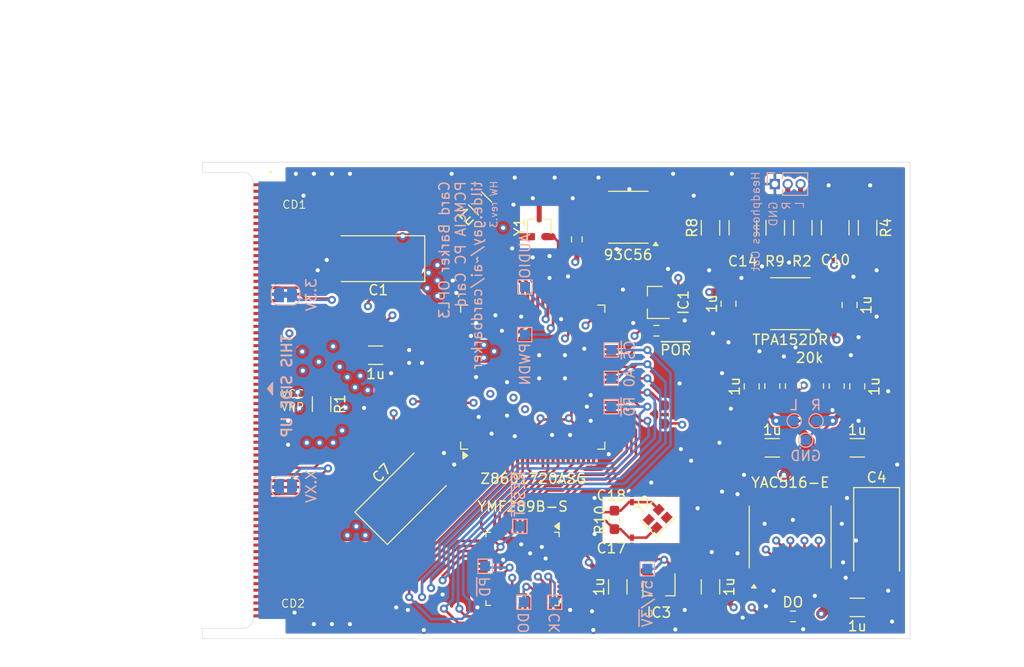
<source format=kicad_pcb>
(kicad_pcb (version 20240108) (generator "pcbnew") (generator_version "8.0")
  (title_block (title "PCMCIA OPL3 Sound Card") (date "2025-02-06") (rev "HW3"))
  (layers (0 "F.Cu" signal) (1 "In1.Cu" power) (2 "In2.Cu" power) (31 "B.Cu" power) (34 "B.Paste" user) (35 "F.Paste" user) (36 "B.SilkS" user "B.Silkscreen") (37 "F.SilkS" user "F.Silkscreen") (38 "B.Mask" user) (39 "F.Mask" user) (44 "Edge.Cuts" user))
  (net 0 "")
  (net 1 "Net-(IC4-VO1)")
  (net 2 "Net-(IC4-BYPASS)")
  (net 3 "D15")
  (net 4 "CE1#")
  (net 5 "VCC")
  (net 6 "D14")
  (net 7 "D7")
  (net 8 "D13")
  (net 9 "D6")
  (net 10 "D12")
  (net 11 "D5")
  (net 12 "D11")
  (net 13 "D4")
  (net 14 "D3")
  (net 15 "IOIS16#")
  (net 16 "D10")
  (net 17 "D2")
  (net 18 "D9")
  (net 19 "D1")
  (net 20 "D8")
  (net 21 "D0")
  (net 22 "STSCHG#")
  (net 23 "A0")
  (net 24 "SPKR#")
  (net 25 "A1")
  (net 26 "REG#")
  (net 27 "A2")
  (net 28 "INPACK#")
  (net 29 "A3")
  (net 30 "WAIT#")
  (net 31 "RESET")
  (net 32 "A4")
  (net 33 "A5")
  (net 34 "A6")
  (net 35 "A7")
  (net 36 "IREQ#")
  (net 37 "WE#")
  (net 38 "A8")
  (net 39 "A9")
  (net 40 "IOWR#")
  (net 41 "IORD#")
  (net 42 "OE#")
  (net 43 "CE2#")
  (net 44 "A10")
  (net 45 "EE_DI")
  (net 46 "EE_DO")
  (net 47 "EE_SK")
  (net 48 "PC_MCLK_IN")
  (net 49 "ID3")
  (net 50 "ID4")
  (net 51 "ID5")
  (net 52 "ID6")
  (net 53 "ID7")
  (net 54 "ICS0#")
  (net 55 "IA0")
  (net 56 "IA1")
  (net 57 "IIRQ#")
  (net 58 "IWR#")
  (net 59 "ID0")
  (net 60 "ID1")
  (net 61 "ID2")
  (net 62 "BCO")
  (net 63 "DO")
  (net 64 "LRO")
  (net 65 "5V{slash}~{3V}")
  (net 66 "IRD#")
  (net 67 "AGND")
  (net 68 "AVDD")
  (net 69 "VPP")
  (net 70 "VCOM")
  (net 71 "LEFT")
  (net 72 "AOTR")
  (net 73 "Net-(C11-Pad1)")
  (net 74 "AOTL")
  (net 75 "Net-(C13-Pad1)")
  (net 76 "RIGHT")
  (net 77 "DACPD")
  (net 78 "CLKO")
  (net 79 "POR#")
  (net 80 "XI")
  (net 81 "XO")
  (net 82 "ATA_HRESET#")
  (net 83 "EE_CS")
  (net 84 "Net-(IC4-VO2)")
  (net 85 "Net-(IC4-IN2-)")
  (net 86 "Net-(IC4-IN1-)")
  (net 88 "Net-(J1-VS1#)")
  (net 89 "Net-(J1-VS2#)")
  (net 91 "unconnected-(J1-A17-Pad46)")
  (net 131 "Net-(U1-EXTP_PWDN)")
  (net 132 "Net-(U1-EXTP_AUDIO)")
  (net 133 "Net-(U3-DO)")
  (net 134 "Net-(IC1-~{RST})")
  (footprint "IC1F-68RD-1.27SF_52:IC1F-68RD-1.27SF(52)" (layer "F.Cu") (at 99.8025 81.02 -90)
    (property "Reference" "J1" (hide yes))
    (property "Value" "PCMCIA Connector" (hide yes))
  )
  (footprint "Capacitor_Tantalum_SMD:CP_EIA-7343-15_Kemet-W_Pad2.25x2.55mm_HandSolder" (layer "F.Cu") (at 115.57 67.056 180)
    (property "Reference" "C1")
    (property "Value" "10u")
  )
  (footprint "Capacitor_SMD:C_1206_3216Metric_Pad1.33x1.80mm_HandSolder" (layer "F.Cu") (at 162.814 101.473)
    (property "Reference" "C5" (hide yes))
    (property "Value" "1u")
  )
  (footprint "Capacitor_SMD:C_1206_3216Metric_Pad1.33x1.80mm_HandSolder" (layer "F.Cu") (at 154.432 85.725 180)
    (property "Reference" "C6" (hide yes))
    (property "Value" "1u")
  )
  (footprint "Capacitor_Tantalum_SMD:CP_EIA-7343-15_Kemet-W_Pad2.25x2.55mm_HandSolder" (layer "F.Cu") (at 118.11 90.424 45)
    (property "Reference" "C7")
    (property "Value" "10u")
  )
  (footprint "Capacitor_SMD:C_0805_2012Metric_Pad1.18x1.45mm_HandSolder" (layer "F.Cu") (at 150.114 71.501 90)
    (property "Reference" "C9" (hide yes))
    (property "Value" "1u")
  )
  (footprint "Capacitor_SMD:C_0805_2012Metric_Pad1.18x1.45mm_HandSolder" (layer "F.Cu") (at 162.814 79.659 90)
    (property "Reference" "C11" (hide yes))
    (property "Value" "1u")
  )
  (footprint "Capacitor_SMD:C_0805_2012Metric_Pad1.18x1.45mm_HandSolder" (layer "F.Cu") (at 162.052 71.628 -90)
    (property "Reference" "C12" (hide yes))
    (property "Value" "1u")
  )
  (footprint "Capacitor_SMD:C_0805_2012Metric_Pad1.18x1.45mm_HandSolder" (layer "F.Cu") (at 152.4 79.659 -90)
    (property "Reference" "C13" (hide yes))
    (property "Value" "1u")
  )
  (footprint "Resistor_SMD:R_1206_3216Metric_Pad1.30x1.75mm_HandSolder" (layer "F.Cu") (at 163.83 64.008 -90)
    (property "Reference" "R4")
    (property "Value" "20k")
  )
  (footprint "Resistor_SMD:R_1206_3216Metric_Pad1.30x1.75mm_HandSolder" (layer "F.Cu") (at 148.336 64.008 90)
    (property "Reference" "R8")
    (property "Value" "20k")
  )
  (footprint "Resistor_SMD:R_1206_3216Metric_Pad1.30x1.75mm_HandSolder" (layer "F.Cu") (at 109.982 81.407 -90)
    (property "Reference" "R1")
    (property "Value" "10")
  )
  (footprint "Capacitor_SMD:C_1206_3216Metric_Pad1.33x1.80mm_HandSolder" (layer "F.Cu") (at 139.192 99.441 -90)
    (property "Reference" "C15" (hide yes))
    (property "Value" "1u")
  )
  (footprint "Capacitor_SMD:C_1206_3216Metric_Pad1.33x1.80mm_HandSolder" (layer "F.Cu") (at 148.336 99.441 90)
    (property "Reference" "C16" (hide yes))
    (property "Value" "1u")
  )
  (footprint "Capacitor_SMD:C_1206_3216Metric_Pad1.33x1.80mm_HandSolder" (layer "F.Cu") (at 162.814 85.725 180)
    (property "Reference" "C2" (hide yes))
    (property "Value" "1u")
  )
  (footprint "Capacitor_Tantalum_SMD:CP_EIA-7343-15_Kemet-W_Pad2.25x2.55mm_HandSolder" (layer "F.Cu") (at 164.719 94.234 -90)
    (property "Reference" "C4")
    (property "Value" "10u")
  )
  (footprint "Capacitor_SMD:C_1210_3225Metric_Pad1.33x2.70mm_HandSolder" (layer "F.Cu") (at 151.5308 64.008 -90)
    (property "Reference" "C14")
    (property "Value" "330u")
  )
  (footprint "Resistor_SMD:R_1206_3216Metric_Pad1.30x1.75mm_HandSolder" (layer "F.Cu") (at 154.7256 64.008 -90)
    (property "Reference" "R9")
    (property "Value" "100")
  )
  (footprint "Capacitor_SMD:C_1210_3225Metric_Pad1.33x2.70mm_HandSolder" (layer "F.Cu") (at 160.6352 64.008 -90)
    (property "Reference" "C10")
    (property "Value" "330u")
  )
  (footprint "Resistor_SMD:R_1206_3216Metric_Pad1.30x1.75mm_HandSolder" (layer "F.Cu") (at 157.4404 64.008 -90)
    (property "Reference" "R2")
    (property "Value" "100")
  )
  (footprint "Capacitor_SMD:C_1206_3216Metric_Pad1.33x1.80mm_HandSolder" (layer "F.Cu") (at 125.603 61.595 -45)
    (property "Reference" "C8" (hide yes))
    (property "Value" "1u")
  )
  (footprint "Package_TO_SOT_SMD:SOT-323_SC-70" (layer "F.Cu") (at 131.445 63.881 90)
    (property "Reference" "Y1")
    (property "Value" "4.19MHz")
  )
  (footprint "Package_TO_SOT_SMD:SOT-23" (layer "F.Cu") (at 143.256 99.568 -90)
    (property "Reference" "IC3")
    (property "Value" "SV 4.5V")
  )
  (footprint "Package_TO_SOT_SMD:SOT-23" (layer "F.Cu") (at 142.875 71.374 180)
    (property "Reference" "IC1")
    (property "Value" "SV 3.3V")
  )
  (footprint "Crystal:Crystal_SMD_2016-4Pin_2.0x1.6mm" (layer "F.Cu") (at 143.129 92.71 45)
    (property "Reference" "Y2")
    (property "Value" "33.868MHz")
  )
  (footprint "Capacitor_SMD:C_0201_0603Metric_Pad0.64x0.40mm_HandSolder" (layer "F.Cu") (at 140.589 94.996 90)
    (property "Reference" "C17")
    (property "Value" "12p")
  )
  (footprint "Capacitor_SMD:C_0201_0603Metric_Pad0.64x0.40mm_HandSolder" (layer "F.Cu") (at 140.589 90.678 90)
    (property "Reference" "C18")
    (property "Value" "12p")
  )
  (footprint "Capacitor_SMD:C_1206_3216Metric_Pad1.33x1.80mm_HandSolder" (layer "F.Cu") (at 115.316 76.581)
    (property "Reference" "C3" (hide yes))
    (property "Value" "1u")
  )
  (footprint "Resistor_SMD:R_0805_2012Metric_Pad1.20x1.40mm_HandSolder" (layer "F.Cu") (at 160.782 79.629 90)
    (property "Reference" "R5" (hide yes))
    (property "Value" "20k")
  )
  (footprint "Resistor_SMD:R_0805_2012Metric_Pad1.20x1.40mm_HandSolder" (layer "F.Cu") (at 158.75 79.629 90)
    (property "Reference" "R3" (hide yes))
    (property "Value" "20k")
  )
  (footprint "Resistor_SMD:R_0805_2012Metric_Pad1.20x1.40mm_HandSolder" (layer "F.Cu") (at 156.464 79.629 90)
    (property "Reference" "R6" (hide yes))
    (property "Value" "20k")
  )
  (footprint "Resistor_SMD:R_0603_1608Metric_Pad0.98x0.95mm_HandSolder" (layer "F.Cu") (at 135.1534 65.1491 90)
    (property "Reference" "R12" (hide yes))
    (property "Value" "EEPROM" (hide yes))
  )
  (footprint "Resistor_SMD:R_0805_2012Metric_Pad1.20x1.40mm_HandSolder" (layer "F.Cu") (at 154.432 79.629 90)
    (property "Reference" "R7" (hide yes))
    (property "Value" "20k")
  )
  (footprint "Resistor_SMD:R_0603_1608Metric_Pad0.98x0.95mm_HandSolder" (layer "F.Cu") (at 156.464 102.362)
    (property "Reference" "R14" (hide yes))
    (property "Value" "DO")
  )
  (footprint "Package_QFP:LQFP-100_14x14mm_P0.5mm" (layer "F.Cu") (at 130.8044 78.7442 90)
    (property "Reference" "U1" (hide yes))
    (property "Value" "Z8601720ASG")
  )
  (footprint "Package_SO:TSSOP-24_6.1x7.8mm_P0.65mm" (layer "F.Cu") (at 156.191 94.5175 90)
    (property "Reference" "U4" (hide yes))
    (property "Value" "YAC516-E")
  )
  (footprint "Package_SO:SOIC-8_3.9x4.9mm_P1.27mm" (layer "F.Cu") (at 156.21 71.501 180)
    (property "Reference" "IC4" (hide yes))
    (property "Value" "TPA152DR")
  )
  (footprint "Package_QFP:TQFP-48_7x7mm_P0.5mm" (layer "F.Cu") (at 129.8008 97.6661 -90)
    (property "Reference" "U3" (hide yes))
    (property "Value" "YMF289B-S")
  )
  (footprint "Resistor_SMD:R_0603_1608Metric_Pad0.98x0.95mm_HandSolder" (layer "F.Cu") (at 143.002 74.168 180)
    (property "Reference" "R15" (hide yes))
    (property "Value" "~{POR}")
  )
  (footprint "Package_SO:SOIC-8_3.9x4.9mm_P1.27mm" (layer "F.Cu") (at 140.2334 62.9666 180)
    (property "Reference" "U2" (hide yes))
    (property "Value" "93C56")
  )
  (footprint "Resistor_SMD:R_0603_1608Metric_Pad0.98x0.95mm_HandSolder" (layer "F.Cu") (at 143.764 82.4465 90)
    (property "Reference" "R11" (hide yes))
    (property "Value" "20k" (hide yes))
  )
  (footprint "Resistor_SMD:R_0603_1608Metric_Pad0.98x0.95mm_HandSolder" (layer "F.Cu") (at 138.8618 92.837 90)
    (property "Reference" "R10")
    (property "Value" "3.9k")
  )
  (footprint "Jumper:SolderJumper-2_P1.3mm_Bridged_RoundedPad1.0x1.5mm" (layer "B.Cu") (at 106.426 70.612 180)
    (property "Reference" "JP1" (hide yes))
    (property "Value" "3.3V")
  )
  (footprint "Jumper:SolderJumper-2_P1.3mm_Open_RoundedPad1.0x1.5mm" (layer "B.Cu") (at 106.426 89.535 180)
    (property "Reference" "JP2" (hide yes))
    (property "Value" "X.XV")
  )
  (footprint "Connector_PinHeader_1.27mm:PinHeader_1x03_P1.27mm_Vertical" (layer "B.Cu") (at 154.686 59.69 -90)
    (property "Reference" "J2" (hide yes))
    (property "Value" "Headphones Out")
  )
  (footprint "TestPoint:TestPoint_Pad_D1.0mm" (layer "B.Cu") (at 158.75 83.058)
    (property "Reference" "TP1" (hide yes))
    (property "Value" "R")
  )
  (footprint "TestPoint:TestPoint_Pad_D1.0mm" (layer "B.Cu") (at 156.591 83.058)
    (property "Reference" "TP2" (hide yes))
    (property "Value" "L")
  )
  (footprint "TestPoint:TestPoint_Pad_D1.0mm" (layer "B.Cu") (at 157.734 84.963 180)
    (property "Reference" "TP4" (hide yes))
    (property "Value" "GND")
  )
  (footprint "TestPoint:TestPoint_Pad_1.0x1.0mm" (layer "B.Cu") (at 132.969 100.965 90)
    (property "Reference" "TP11" (hide yes))
    (property "Value" "CK")
  )
  (footprint "TestPoint:TestPoint_Pad_1.0x1.0mm" (layer "B.Cu") (at 142.113 97.663 -90)
    (property "Reference" "TP8" (hide yes))
    (property "Value" "5V/~{3V}")
  )
  (footprint "TestPoint:TestPoint_Pad_1.0x1.0mm" (layer "B.Cu") (at 130.048 69.85 -90)
    (property "Reference" "TP7" (hide yes))
    (property "Value" "AUDIO")
  )
  (footprint "TestPoint:TestPoint_Pad_1.0x1.0mm" (layer "B.Cu") (at 138.557 76.073 -90)
    (property "Reference" "TP3" (hide yes))
    (property "Value" "~{CS}")
  )
  (footprint "TestPoint:TestPoint_Pad_1.0x1.0mm" (layer "B.Cu") (at 126.111 97.409 -90)
    (property "Reference" "TP12" (hide yes))
    (property "Value" "~{PD}")
  )
  (footprint "TestPoint:TestPoint_Pad_1.0x1.0mm" (layer "B.Cu") (at 129.54 93.472 -90)
    (property "Reference" "TP14" (hide yes))
    (property "Value" "~{RESET}")
  )
  (footprint "TestPoint:TestPoint_Pad_1.0x1.0mm" (layer "B.Cu") (at 130.0226 74.549 -90)
    (property "Reference" "TP6" (hide yes))
    (property "Value" "PWDN")
  )
  (footprint "TestPoint:TestPoint_Pad_1.0x1.0mm" (layer "B.Cu") (at 129.921 100.963 90)
    (property "Reference" "TP9" (hide yes))
    (property "Value" "DO")
  )
  (footprint "TestPoint:TestPoint_Pad_1.0x1.0mm" (layer "B.Cu") (at 138.557 81.661 -90)
    (property "Reference" "TP10" (hide yes))
    (property "Value" "~{RD}")
  )
  (footprint "TestPoint:TestPoint_Pad_1.0x1.0mm" (layer "B.Cu") (at 138.557 78.867 -90)
    (property "Reference" "TP13" (hide yes))
    (property "Value" "A0")
  )
  (gr_poly (pts (xy 105.156 80.518) (xy 104.648 79.883) (xy 105.156 79.248)) (stroke (width 0.1)) (fill solid) (layer "B.SilkS"))
  (gr_line (start 168.021 57.535) (end 98.231 57.535) (stroke (width 0.05)) (layer "Edge.Cuts"))
  (gr_line (start 98.231 104.555) (end 168.021 104.555) (stroke (width 0.05)) (layer "Edge.Cuts"))
  (gr_arc (start 103.231 102.555) (mid 102.938107 103.262107) (end 102.231 103.555) (stroke (width 0.05)) (layer "Edge.Cuts"))
  (gr_line (start 168.021 104.555) (end 168.021 57.535) (stroke (width 0.05)) (layer "Edge.Cuts"))
  (gr_line (start 98.231 58.535) (end 98.231 57.535) (stroke (width 0.05)) (layer "Edge.Cuts"))
  (gr_line (start 102.231 103.555) (end 98.231 103.555) (stroke (width 0.05)) (layer "Edge.Cuts"))
  (gr_line (start 98.231 103.555) (end 98.231 104.555) (stroke (width 0.05)) (layer "Edge.Cuts"))
  (gr_line (start 102.231 58.535) (end 98.231 58.535) (stroke (width 0.05)) (layer "Edge.Cuts"))
  (gr_arc (start 102.231 58.535) (mid 102.938107 58.827893) (end 103.231 59.535) (stroke (width 0.05)) (layer "Edge.Cuts"))
  (gr_line (start 103.231 59.535) (end 103.231 102.555) (stroke (width 0.05)) (layer "Edge.Cuts"))
  (gr_text "HW rev.3" (at 127.381 59.309 90) (layer "B.SilkS") (effects (font (size 0.7 0.7) (thickness 0.1)) (justify left bottom mirror)))
  (gr_text "GND\nR\nL" (at 157.607 61.341 90) (layer "B.SilkS") (effects (font (size 0.81 0.81) (thickness 0.1)) (justify left bottom mirror)))
  (gr_text "Card Barker OPL3\nPCMCIA PC Card\ntilde.gay/~ai/cardbarker" (at 123.698 59.309 90) (layer "B.SilkS") (effects (font (size 1 1)) (justify left mirror)))
  (gr_text "THIS SIDE UP" (at 106.553 79.629 90) (layer "B.SilkS") (effects (font (size 1 1) (thickness 0.2)) (justify mirror)))
  (gr_text "CD2" (at 105.918 101.092 0) (layer "F.SilkS") (effects (font (size 0.8 0.8) (thickness 0.1)) (justify left)))
  (gr_text "VCC\nVPP" (at 105.918 82.169 0) (layer "F.SilkS") (effects (font (size 0.8 0.8) (thickness 0.1)) (justify left bottom)))
  (gr_text "CD1" (at 106.045 61.722 0) (layer "F.SilkS") (effects (font (size 0.8 0.8) (thickness 0.1)) (justify left)))
  (segment (start 158.795 73.406) (end 159.766 73.406) (width 0.5) (layer "F.Cu") (net 1))
  (segment (start 160.528 67.691) (end 160.528 65.6777) (width 0.5) (layer "F.Cu") (net 1))
  (segment (start 159.766 73.406) (end 160.528 74.168) (width 0.5) (layer "F.Cu") (net 1))
  (segment (start 161.29 65.6975) (end 164.5795 65.6975) (width 0.5) (layer "F.Cu") (net 1))
  (segment (start 160.528 74.168) (end 160.528 74.803) (width 0.5) (layer "F.Cu") (net 1))
  (segment (start 160.782 75.057) (end 160.528 74.803) (width 0.5) (layer "F.Cu") (net 1))
  (segment (start 164.5795 65.6975) (end 164.592 65.685) (width 0.25) (layer "F.Cu") (net 1))
  (segment (start 156.947 81.129) (end 156.947 80.289) (width 0.25) (layer "F.Cu") (net 1))
  (segment (start 157.5355 79.5575) (end 156.464 80.629) (width 0.25) (layer "F.Cu") (net 1))
  (via (at 160.782 75.057) (size 0.8) (drill 0.4) (layers "F.Cu" "B.Cu") (net 1))
  (via (at 160.528 67.691) (size 0.8) (drill 0.4) (layers "F.Cu" "B.Cu") (net 1))
  (via (at 157.5355 79.5575) (size 0.8) (drill 0.4) (layers "F.Cu" "B.Cu") (net 1))
  (segment (start 158.795 70.866) (end 161.6495 70.866) (width 0.5) (layer "F.Cu") (net 2))
  (segment (start 104.300001 68.021201) (end 108.290071 68.021201) (width 0.25) (layer "F.Cu") (net 3))
  (segment (start 112.121172 64.1901) (end 108.290071 68.021201) (width 0.25) (layer "F.Cu") (net 3))
  (segment (start 124.81 71.065) (end 124.81 69.692) (width 0.25) (layer "F.Cu") (net 3))
  (segment (start 124.81 69.692) (end 121.895064 66.777064) (width 0.25) (layer "F.Cu") (net 3))
  (segment (start 119.29541 64.1901) (end 112.121172 64.1901) (width 0.25) (layer "F.Cu") (net 3))
  (segment (start 121.882373 66.777063) (end 119.29541 64.1901) (width 0.25) (layer "F.Cu") (net 3))
  (segment (start 121.895064 66.777064) (end 121.882373 66.777063) (width 0.25) (layer "F.Cu") (net 3))
  (segment (start 104.300001 67.386201) (end 108.288661 67.386201) (width 0.25) (layer "F.Cu") (net 4))
  (segment (start 125.31 69.55559) (end 122.081464 66.327054) (width 0.25) (layer "F.Cu") (net 4))
  (segment (start 111.934772 63.74009) (end 108.288661 67.386201) (width 0.25) (layer "F.Cu") (net 4))
  (segment (start 125.31 71.065) (end 125.31 69.55559) (width 0.25) (layer "F.Cu") (net 4))
  (segment (start 122.068774 66.327054) (end 119.48181 63.74009) (width 0.25) (layer "F.Cu") (net 4))
  (segment (start 119.48181 63.74009) (end 111.934772 63.74009) (width 0.25) (layer "F.Cu") (net 4))
  (segment (start 122.081464 66.327054) (end 122.068774 66.327054) (width 0.25) (layer "F.Cu") (net 4))
  (segment (start 131.31 84.828) (end 131.31 86.415) (width 0.25) (layer "F.Cu") (net 5))
  (segment (start 121.412 67.056) (end 121.412 67.691) (width 0.25) (layer "F.Cu") (net 5))
  (segment (start 137.227 97.917) (end 136.338 97.028) (width 0.5) (layer "F.Cu") (net 5))
  (segment (start 125.81 72.724) (end 125.81 71.065) (width 0.25) (layer "F.Cu") (net 5))
  (segment (start 126.707854 62.699854) (end 127.762 63.754) (width 2) (layer "F.Cu") (net 5))
  (segment (start 135.4455 79.6925) (end 136.398 78.74) (width 0.25) (layer "F.Cu") (net 5))
  (segment (start 131.818 82.931) (end 131.31 83.439) (width 0.25) (layer "F.Cu") (net 5))
  (segment (start 131.318 84.82) (end 131.31 84.828) (width 0.25) (layer "F.Cu") (net 5))
  (segment (start 145.161 69.85) (end 144.587 70.424) (width 0.25) (layer "F.Cu") (net 5))
  (segment (start 107.5944 80.264) (end 107.6198 80.2386) (width 0.25) (layer "F.Cu") (net 5))
  (segment (start 115.0112 79.5528) (end 114.5286 80.0354) (width 0.25) (layer "F.Cu") (net 5))
  (segment (start 118.77 67.056) (end 120.396 67.056) (width 0.25) (layer "F.Cu") (net 5))
  (segment (start 134.366 82.804) (end 136.31 84.748) (width 0.25) (layer "F.Cu") (net 5))
  (segment (start 153.285 100.461) (end 153.285 98.2005) (width 0.25) (layer "F.Cu") (net 5))
  (segment (start 126.746 73.66) (end 125.81 72.724) (width 0.25) (layer "F.Cu") (net 5))
  (segment (start 136.81 72.857) (end 136.81 71.065) (width 0.25) (layer "F.Cu") (net 5))
  (segment (start 119.1911 64.8351) (end 121.412 67.056) (width 0.25) (layer "F.Cu") (net 5))
  (segment (start 136.77001 71.10499) (end 136.77001 71.95488) (width 0.25) (layer "F.Cu") (net 5))
  (segment (start 127 76.2) (end 126.746 75.946) (width 0.25) (layer "F.Cu") (net 5))
  (segment (start 136.012 73.655) (end 136.81 72.857) (width 0.25) (layer "F.Cu") (net 5))
  (segment (start 126.159 75.74) (end 126.54 75.74) (width 0.25) (layer "F.Cu") (net 5))
  (segment (start 150.572 100.584) (end 150.1525 101.0035) (width 0.5) (layer "F.Cu") (net 5))
  (segment (start 131.31 72.398) (end 128.016 75.692) (width 0.25) (layer "F.Cu") (net 5))
  (segment (start 131.31 71.91489) (end 131.31 72.398) (width 0.25) (layer "F.Cu") (net 5))
  (segment (start 135.164 95.413) (end 134.144 95.413) (width 0.25) (layer "F.Cu") (net 5))
  (segment (start 144.587 70.424) (end 143.875 70.424) (width 0.25) (layer "F.Cu") (net 5))
  (segment (start 131.31 83.439) (end 131.31 84.828) (width 0.25) (layer "F.Cu") (net 5))
  (segment (start 135.898 79.24) (end 135.4455 79.6925) (width 0.25) (layer "F.Cu") (net 5))
  (segment (start 136.81 71.065) (end 136.77001 71.10499) (width 0.25) (layer "F.Cu") (net 5))
  (segment (start 107.6198 80.2386) (end 107.6452 80.264) (width 0.25) (layer "F.Cu") (net 5))
  (segment (start 139.192 97.8785) (end 141.6165 97.8785) (width 0.5) (layer "F.Cu") (net 5))
  (segment (start 136.338 96.587) (end 135.164 95.413) (width 0.25) (layer "F.Cu") (net 5))
  (segment (start 145.415 83.312) (end 143.971 83.312) (width 0.25) (layer "F.Cu") (net 5))
  (segment (start 153.162 100.584) (end 150.572 100.584) (width 0.5) (layer "F.Cu") (net 5))
  (segment (start 126.746 75.692) (end 126.746 75.311) (width 0.25) (layer "F.Cu") (net 5))
  (segment (start 135.001 67.3862) (end 135.1534 67.2338) (width 0.5) (layer "F.Cu") (net 5))
  (segment (start 139.1535 97.917) (end 137.227 97.917) (width 0.5) (layer "F.Cu") (net 5))
  (segment (start 137.541 97.917) (end 138.2145 97.917) (width 0.25) (layer "F.Cu") (net 5))
  (segment (start 134.239 82.931) (end 131.818 82.931) (width 0.25) (layer "F.Cu") (net 5))
  (segment (start 107.6452 80.264) (end 107.696 80.264) (width 0.25) (layer "F.Cu") (net 5))
  (segment (start 136.398 78.74) (end 138.485 78.74) (width 0.25) (layer "F.Cu") (net 5))
  (segment (start 126.746 75.946) (end 127 75.692) (width 0.25) (layer "F.Cu") (net 5))
  (segment (start 106.248201 80.086201) (end 106.426 80.264) (width 0.25) (layer "F.Cu") (net 5))
  (segment (start 104.300001 80.086201) (end 106.248201 80.086201) (width 0.25) (layer "F.Cu") (net 5))
  (segment (start 106.426 80.264) (end 107.5944 80.264) (width 0.25) (layer "F.Cu") (net 5))
  (segment (start 121.412 68.072) (end 121.412 69.215) (width 0.25) (layer "F.Cu") (net 5))
  (segment (start 150.1525 101.0035) (end 150.622 101.473) (width 0.5) (layer "F.Cu") (net 5))
  (segment (start 138.485 79.24) (end 135.898 79.24) (width 0.25) (layer "F.Cu") (net 5))
  (segment (start 104.300001 80.721201) (end 106.222799 80.721201) (width 0.25) (layer "F.Cu") (net 5))
  (segment (start 135.1534 67.2338) (end 135.1534 66.0616) (width 0.5) (layer "F.Cu") (net 5))
  (segment (start 136.27001 85.72401) (end 136.31 85.764) (width 0.25) (layer "F.Cu") (net 5))
  (segment (start 136.338 97.028) (end 136.338 96.587) (width 0.25) (layer "F.Cu") (net 5))
  (segment (start 123.135 75.74) (end 125.809 75.74) (width 0.25) (layer "F.Cu") (net 5))
  (segment (start 136.31 84.748) (end 136.31 86.415) (width 0.25) (layer "F.Cu") (net 5))
  (segment (start 126.746 75.692) (end 127 75.692) (width 0.25) (layer "F.Cu") (net 5))
  (segment (start 148.336 101.0035) (end 150.1525 101.0035) (width 0.5) (layer "F.Cu") (net 5))
  (segment (start 123.175 81.28) (end 123.135 81.24) (width 0.25) (layer "F.Cu") (net 5))
  (segment (start 126.746 75.311) (end 126.746 73.66) (width 0.25) (layer "F.Cu") (net 5))
  (segment (start 141.6165 97.8785) (end 142.306 98.568) (width 0.5) (layer "F.Cu") (net 5))
  (segment (start 137.541 97.917) (end 137.541 97.91) (width 0.25) (layer "F.Cu") (net 5))
  (segment (start 126.746 75.946) (end 126.54 75.74) (width 0.25) (layer "F.Cu") (net 5))
  (segment (start 153.289 100.711) (end 156.337 100.711) (width 0.25) (layer "F.Cu") (net 5))
  (segment (start 117.983 64.8351) (end 119.1911 64.8351) (width 0.25) (layer "F.Cu") (net 5))
  (segment (start 156.337 100.711) (end 156.535 100.513) (width 0.25) (layer "F.Cu") (net 5))
  (segment (start 125.81 71.065) (end 125.81 71.962) (width 0.25) (layer "F.Cu") (net 5))
  (segment (start 111.125 75.7174) (end 111.125 75.692) (width 0.25) (layer "F.Cu") (net 5))
  (segment (start 130.684 64.77) (end 130.795 64.881) (width 0.25) (layer "F.Cu") (net 5))
  (segment (start 145.542 83.439) (end 145.415 83.312) (width 0.25) (layer "F.Cu") (net 5))
  (segment (start 124.968 81.28) (end 123.175 81.28) (width 0.25) (layer "F.Cu") (net 5))
  (segment (start 153.162 100.584) (end 153.285 100.461) (width 0.25) (layer "F.Cu") (net 5))
  (segment (start 126.746 75.946) (end 126.746 75.311) (width 0.25) (layer "F.Cu") (net 5))
  (segment (start 128.777 64.896) (end 127.889 64.008) (width 0.7) (layer "F.Cu") (net 5))
  (segment (start 134.366 82.804) (end 134.62 82.55) (width 0.25) (layer "F.Cu") (net 5))
  (segment (start 134.62 82.55) (end 134.239 82.931) (width 0.25) (layer "F.Cu") (net 5))
  (segment (start 120.396 67.056) (end 121.412 68.072) (width 0.25) (layer "F.Cu") (net 5))
  (segment (start 111.7092 75.1078) (end 115.0112 75.1078) (width 0.25) (layer "F.Cu") (net 5))
  (segment (start 125.984 75.565) (end 126.159 75.74) (width 0.25) (layer "F.Cu") (net 5))
  (segment (start 134.62 82.296) (end 134.62 80.518) (width 0.25) (layer "F.Cu") (net 5))
  (segment (start 153.162 100.584) (end 153.289 100.711) (width 0.25) (layer "F.Cu") (net 5))
  (segment (start 156.535 100.513) (end 156.535 98.2005) (width 0.25) (layer "F.Cu") (net 5))
  (segment (start 126.698 75.74) (end 126.746 75.692) (width 0.25) (layer "F.Cu") (net 5))
  (segment (start 128.016 75.692) (end 127 75.692) (width 0.25) (layer "F.Cu") (net 5))
  (segment (start 111.125 75.692) (end 111.7092 75.1078) (width 0.25) (layer "F.Cu") (net 5))
  (segment (start 134.62 82.55) (end 134.62 82.296) (width 0.25) (layer "F.Cu") (net 5))
  (segment (start 106.426 80.264) (end 106.426 80.518) (width 0.25) (layer "F.Cu") (net 5))
  (segment (start 115.0112 75.1078) (end 115.0112 76.5302) (width 0.25) (layer "F.Cu") (net 5))
  (segment (start 145.161 68.961) (end 145.161 69.85) (width 0.25) (layer "F.Cu") (net 5))
  (segment (start 128.777 64.897) (end 130.683 64.897) (width 0.7) (layer "F.Cu") (net 5))
  (segment (start 115.0112 76.5302) (end 115.0112 79.5528) (width 0.25) (layer "F.Cu") (net 5))
  (segment (start 126.54 75.74) (end 126.698 75.74) (width 0.25) (layer "F.Cu") (net 5))
  (segment (start 128.777 64.897) (end 128.777 64.896) (width 0.25) (layer "F.Cu") (net 5))
  (segment (start 106.222799 80.721201) (end 106.426 80.518) (width 0.25) (layer "F.Cu") (net 5))
  (segment (start 134.62 80.518) (end 135.4455 79.6925) (width 0.25) (layer "F.Cu") (net 5))
  (segment (start 125.809 75.74) (end 125.984 75.565) (width 0.25) (layer "F.Cu") (net 5))
  (via (at 124.968 81.28) (size 0.8) (drill 0.4) (layers "F.Cu" "B.Cu") (net 5))
  (via (at 136.012 73.655) (size 0.8) (drill 0.4) (layers "F.Cu" "B.Cu") (net 5))
  (via (at 112.522 78.74) (size 0.8) (drill 0.4) (layers "F.Cu" "B.Cu") (net 5))
  (via (at 113.284 79.756) (size 0.8) (drill 0.4) (layers "F.Cu" "B.Cu") (net 5))
  (via (at 113.792 78.613) (size 0.8) (drill 0.4) (layers "F.Cu" "B.Cu") (net 5))
  (via (at 107.6198 80.2386) (size 0.8) (drill 0.4) (layers "F.Cu" "B.Cu") (net 5))
  (via (at 117.983 64.8351) (size 0.8) (drill 0.4) (layers "F.Cu" "B.Cu") (net 5))
  (via (at 109.7026 77.2414) (size 0.8) (drill 0.4) (layers "F.Cu" "B.Cu") (net 5))
  (via (at 127 76.2) (size 0.8) (drill 0.4) (layers "F.Cu" "B.Cu") (net 5))
  (via (at 114.5286 80.0354) (size 0.8) (drill 0.4) (layers "F.Cu" "B.Cu") (net 5))
  (via (at 108.1278 78.105) (size 0.8) (drill 0.4) (layers "F.Cu" "B.Cu") (net 5))
  (via (at 127.889 64.008) (size 0.8) (drill 0.4) (layers "F.Cu" "B.Cu") (net 5))
  (via (at 145.542 83.439) (size 0.8) (drill 0.4) (layers "F.Cu" "B.Cu") (net 5))
  (via (at 111.76 77.724) (size 0.8) (drill 0.4) (layers "F.Cu" "B.Cu") (net 5))
  (via (at 108.077 76.2254) (size 0.8) (drill 0.4) (layers "F.Cu" "B.Cu") (net 5))
  (via (at 121.412 69.215) (size 0.8) (drill 0.4) (layers "F.Cu" "B.Cu") (net 5))
  (via (at 134.366 82.804) (size 0.8) (drill 0.4) (layers "F.Cu" "B.Cu") (net 5))
  (via (at 121.412 70.739) (size 0.8) (drill 0.4) (layers "F.Cu" "B.Cu") (net 5))
  (via (at 120.396 69.977) (size 0.8) (drill 0.4) (layers "F.Cu" "B.Cu") (net 5))
  (via (at 145.161 68.961) (size 0.8) (drill 0.4) (layers "F.Cu" "B.Cu") (net 5))
  (via (at 130.048 81.915) (size 0.8) (drill 0.4) (layers "F.Cu" "B.Cu") (net 5))
  (via (at 121.412 67.691) (size 0.8) (drill 0.4) (layers "F.Cu" "B.Cu") (net 5))
  (via (at 125.984 75.565) (size 0.8) (drill 0.4) (layers "F.Cu" "B.Cu") (net 5))
  (via (at 120.523 68.453) (size 0.8) (drill 0.4) (layers "F.Cu" "B.Cu") (net 5))
  (via (at 125.984 76.835) (size 0.8) (drill 0.4) (layers "F.Cu" "B.Cu") (net 5))
  (via (at 128.905 80.772) (size 0.8) (drill 0.4) (layers "F.Cu" "B.Cu") (net 5))
  (via (at 131.572 82.804) (size 0.8) (drill 0.4) (layers "F.Cu" "B.Cu") (net 5))
  (via (at 135.001 67.3862) (size 0.8) (drill 0.4) (layers "F.Cu" "B.Cu") (net 5))
  (via (at 111.125 75.7174) (size 0.8) (drill 0.4) (layers "F.Cu" "B.Cu") (net 5))
  (via (at 150.622 101.473) (size 0.8) (drill 0.4) (layers "F.Cu" "B.Cu") (net 5))
  (via (at 126.619 80.391) (size 0.8) (drill 0.4) (layers "F.Cu" "B.Cu") (net 5))
  (via (at 136.338 97.028) (size 0.8) (drill 0.4) (layers "F.Cu" "B.Cu") (net 5))
  (segment (start 122.255175 65.877045) (end 119.66821 63.29008) (width 0.25) (layer "F.Cu") (net 6))
  (segment (start 126.31 71.065) (end 126.31 69.91918) (width 0.25) (layer "F.Cu") (net 6))
  (segment (start 111.748372 63.29008) (end 108.287251 66.751201) (width 0.25) (layer "F.Cu") (net 6))
  (segment (start 126.31 69.91918) (end 122.267866 65.877046) (width 0.25) (layer "F.Cu") (net 6))
  (segment (start 122.267866 65.877046) (end 122.255175 65.877045) (width 0.25) (layer "F.Cu") (net 6))
  (segment (start 104.300001 66.751201) (end 108.287251 66.751201) (width 0.25) (layer "F.Cu") (net 6))
  (segment (start 119.66821 63.29008) (end 111.748372 63.29008) (width 0.25) (layer "F.Cu") (net 6))
  (segment (start 122.441576 65.427036) (end 119.85461 62.84007) (width 0.25) (layer "F.Cu") (net 7))
  (segment (start 119.85461 62.84007) (end 111.561972 62.84007) (width 0.25) (layer "F.Cu") (net 7))
  (segment (start 108.465191 65.931211) (end 108.280201 66.116201) (width 0.25) (layer "F.Cu") (net 7))
  (segment (start 126.81 69.78277) (end 122.454266 65.427036) (width 0.25) (layer "F.Cu") (net 7))
  (segment (start 111.561972 62.84007) (end 108.470831 65.931211) (width 0.25) (layer "F.Cu") (net 7))
  (segment (start 122.454266 65.427036) (end 122.441576 65.427036) (width 0.25) (layer "F.Cu") (net 7))
  (segment (start 108.470831 65.931211) (end 108.465191 65.931211) (width 0.25) (layer "F.Cu") (net 7))
  (segment (start 126.81 71.065) (end 126.81 69.78277) (width 0.25) (layer "F.Cu") (net 7))
  (segment (start 108.280201 66.116201) (end 104.300001 66.116201) (width 0.25) (layer "F.Cu") (net 7))
  (segment (start 120.04101 62.39006) (end 111.375572 62.39006) (width 0.25) (layer "F.Cu") (net 8))
  (segment (start 111.375572 62.39006) (end 108.284431 65.481201) (width 0.25) (layer "F.Cu") (net 8))
  (segment (start 122.627977 64.977027) (end 120.04101 62.39006) (width 0.25) (layer "F.Cu") (net 8))
  (segment (start 122.640668 64.977028) (end 122.627977 64.977027) (width 0.25) (layer "F.Cu") (net 8))
  (segment (start 127.31 69.64636) (end 122.640668 64.977028) (width 0.25) (layer "F.Cu") (net 8))
  (segment (start 104.300001 65.481201) (end 108.284431 65.481201) (width 0.25) (layer "F.Cu") (net 8))
  (segment (start 127.31 71.065) (end 127.31 69.64636) (width 0.25) (layer "F.Cu") (net 8))
  (segment (start 111.189172 61.94005) (end 108.283021 64.846201) (width 0.25) (layer "F.Cu") (net 9))
  (segment (start 122.827068 64.527018) (end 122.814378 64.527018) (width 0.25) (layer "F.Cu") (net 9))
  (segment (start 120.22741 61.94005) (end 111.189172 61.94005) (width 0.25) (layer "F.Cu") (net 9))
  (segment (start 122.814378 64.527018) (end 120.22741 61.94005) (width 0.25) (layer "F.Cu") (net 9))
  (segment (start 127.81 69.50995) (end 122.827068 64.527018) (width 0.25) (layer "F.Cu") (net 9))
  (segment (start 104.300001 64.846201) (end 108.283021 64.846201) (width 0.25) (layer "F.Cu") (net 9))
  (segment (start 127.81 71.065) (end 127.81 69.50995) (width 0.25) (layer "F.Cu") (net 9))
  (segment (start 110.99121 61.49004) (end 120.41381 61.49004) (width 0.25) (layer "F.Cu") (net 10))
  (segment (start 110.109 62.37225) (end 110.942125 61.539125) (width 0.25) (layer "F.Cu") (net 10))
  (segment (start 123.01347 64.07701) (end 128.81 69.87354) (width 0.25) (layer "F.Cu") (net 10))
  (segment (start 128.81 69.87354) (end 128.81 71.065) (width 0.25) (layer "F.Cu") (net 10))
  (segment (start 104.300001 64.211201) (end 108.281611 64.211201) (width 0.25) (layer "F.Cu") (net 10))
  (segment (start 110.942125 61.539125) (end 110.99121 61.49004) (width 0.25) (layer "F.Cu") (net 10))
  (segment (start 108.281611 64.211201) (end 110.109 62.383812) (width 0.25) (layer "F.Cu") (net 10))
  (segment (start 123.01347 64.07701) (end 123.000779 64.077009) (width 0.25) (layer "F.Cu") (net 10))
  (segment (start 123.000779 64.077009) (end 120.41381 61.49004) (width 0.25) (layer "F.Cu") (net 10))
  (segment (start 110.109 62.383812) (end 110.109 62.37225) (width 0.25) (layer "F.Cu") (net 10))
  (segment (start 129.31 69.73713) (end 129.31 71.065) (width 0.25) (layer "F.Cu") (net 11))
  (segment (start 123.18718 63.627) (end 123.19987 63.627) (width 0.25) (layer "F.Cu") (net 11))
  (segment (start 120.60021 61.04003) (end 123.18718 63.627) (width 0.25) (layer "F.Cu") (net 11))
  (segment (start 108.280201 63.564639) (end 110.80481 61.04003) (width 0.25) (layer "F.Cu") (net 11))
  (segment (start 108.280201 63.576201) (end 108.280201 63.564639) (width 0.25) (layer "F.Cu") (net 11))
  (segment (start 110.80481 61.04003) (end 120.60021 61.04003) (width 0.25) (layer "F.Cu") (net 11))
  (segment (start 104.300001 63.576201) (end 108.280201 63.576201) (width 0.25) (layer "F.Cu") (net 11))
  (segment (start 123.19987 63.627) (end 129.31 69.73713) (width 0.25) (layer "F.Cu") (net 11))
  (segment (start 123.335471 63.126191) (end 129.81 69.60072) (width 0.25) (layer "F.Cu") (net 12))
  (segment (start 129.81 69.60072) (end 129.81 71.065) (width 0.25) (layer "F.Cu") (net 12))
  (segment (start 110.61841 60.59002) (end 120.78661 60.59002) (width 0.25) (layer "F.Cu") (net 12))
  (segment (start 120.78661 60.59002) (end 123.322781 63.126191) (width 0.25) (layer "F.Cu") (net 12))
  (segment (start 123.322781 63.126191) (end 123.335471 63.126191) (width 0.25) (layer "F.Cu") (net 12))
  (segment (start 104.300001 62.941201) (end 108.267229 62.941201) (width 0.25) (layer "F.Cu") (net 12))
  (segment (start 108.267229 62.941201) (end 110.61841 60.59002) (width 0.25) (layer "F.Cu") (net 12))
  (segment (start 123.336882 62.491192) (end 130.31 69.46431) (width 0.25) (layer "F.Cu") (net 13))
  (segment (start 110.43201 60.14001) (end 120.97301 60.14001) (width 0.25) (layer "F.Cu") (net 13))
  (segment (start 120.97301 60.14001) (end 123.324192 62.491192) (width 0.25) (layer "F.Cu") (net 13))
  (segment (start 104.300001 62.306201) (end 108.265819 62.306201) (width 0.25) (layer "F.Cu") (net 13))
  (segment (start 130.31 69.46431) (end 130.31 71.065) (width 0.25) (layer "F.Cu") (net 13))
  (segment (start 108.265819 62.306201) (end 110.43201 60.14001) (width 0.25) (layer "F.Cu") (net 13))
  (segment (start 123.324192 62.491192) (end 123.336882 62.491192) (width 0.25) (layer "F.Cu") (net 13))
  (segment (start 107.823 59.69) (end 121.1721 59.69) (width 0.25) (layer "F.Cu") (net 14))
  (segment (start 130.77001 69.28791) (end 130.77001 69.38199) (width 0.25) (layer "F.Cu") (net 14))
  (segment (start 104.300001 61.036201) (end 106.476799 61.036201) (width 0.25) (layer "F.Cu") (net 14))
  (segment (start 121.1721 59.69) (end 130.77001 69.28791) (width 0.25) (layer "F.Cu") (net 14))
  (segment (start 130.77001 69.38199) (end 130.81 69.42198) (width 0.25) (layer "F.Cu") (net 14))
  (segment (start 130.81 69.42198) (end 130.81 71.065) (width 0.25) (layer "F.Cu") (net 14))
  (segment (start 106.476799 61.036201) (end 107.823 59.69) (width 0.25) (layer "F.Cu") (net 14))
  (segment (start 104.300001 100.406201) (end 117.283079 100.406201) (width 0.25) (layer "F.Cu") (net 15))
  (segment (start 129.31 88.37928) (end 129.31 86.415) (width 0.25) (layer "F.Cu") (net 15))
  (segment (start 117.283079 100.406201) (end 129.31 88.37928) (width 0.25) (layer "F.Cu") (net 15))
  (segment (start 128.81 88.24287) (end 128.81 86.415) (width 0.25) (layer "F.Cu") (net 16))
  (segment (start 117.281669 99.771201) (end 128.81 88.24287) (width 0.25) (layer "F.Cu") (net 16))
  (segment (start 104.300001 99.771201) (end 117.281669 99.771201) (width 0.25) (layer "F.Cu") (net 16))
  (segment (start 117.280259 99.136201) (end 128.31 88.10646) (width 0.25) (layer "F.Cu") (net 17))
  (segment (start 128.31 88.10646) (end 128.31 86.415) (width 0.25) (layer "F.Cu") (net 17))
  (segment (start 104.300001 99.136201) (end 117.280259 99.136201) (width 0.25) (layer "F.Cu") (net 17))
  (segment (start 104.300001 98.501201) (end 117.278849 98.501201) (width 0.25) (layer "F.Cu") (net 18))
  (segment (start 117.278849 98.501201) (end 127.81 87.97005) (width 0.25) (layer "F.Cu") (net 18))
  (segment (start 127.81 87.97005) (end 127.81 86.415) (width 0.25) (layer "F.Cu") (net 18))
  (segment (start 104.300001 97.866201) (end 117.277439 97.866201) (width 0.25) (layer "F.Cu") (net 19))
  (segment (start 117.277439 97.866201) (end 127.31 87.83364) (width 0.25) (layer "F.Cu") (net 19))
  (segment (start 127.31 87.83364) (end 127.31 86.415) (width 0.25) (layer "F.Cu") (net 19))
  (segment (start 126.31 88.19723) (end 126.31 86.415) (width 0.25) (layer "F.Cu") (net 20))
  (segment (start 117.276029 97.231201) (end 126.31 88.19723) (width 0.25) (layer "F.Cu") (net 20))
  (segment (start 104.300001 97.231201) (end 117.276029 97.231201) (width 0.25) (layer "F.Cu") (net 20))
  (segment (start 125.81 88.06082) (end 125.81 86.415) (width 0.25) (layer "F.Cu") (net 21))
  (segment (start 117.274619 96.596201) (end 125.81 88.06082) (width 0.25) (layer "F.Cu") (net 21))
  (segment (start 104.300001 96.596201) (end 117.274619 96.596201) (width 0.25) (layer "F.Cu") (net 21))
  (segment (start 117.273209 95.961201) (end 125.31 87.92441) (width 0.25) (layer "F.Cu") (net 22))
  (segment (start 104.300001 95.961201) (end 117.273209 95.961201) (width 0.25) (layer "F.Cu") (net 22))
  (segment (start 125.31 87.92441) (end 125.31 86.415) (width 0.25) (layer "F.Cu") (net 22))
  (segment (start 104.300001 95.326201) (end 117.271799 95.326201) (width 0.25) (layer "F.Cu") (net 23))
  (segment (start 124.81 87.788) (end 124.81 86.415) (width 0.25) (layer "F.Cu") (net 23))
  (segment (start 117.271799 95.326201) (end 124.81 87.788) (width 0.25) (layer "F.Cu") (net 23))
  (segment (start 120.492 84.74) (end 123.135 84.74) (width 0.25) (layer "F.Cu") (net 24))
  (segment (start 104.300001 94.691201) (end 110.540799 94.691201) (width 0.25) (layer "F.Cu") (net 24))
  (segment (start 110.540799 94.691201) (end 120.492 84.74) (width 0.25) (layer "F.Cu") (net 24))
  (segment (start 104.300001 94.056201) (end 110.539389 94.056201) (width 0.25) (layer "F.Cu") (net 25))
  (segment (start 120.35559 84.24) (end 123.135 84.24) (width 0.25) (layer "F.Cu") (net 25))
  (segment (start 110.539389 94.056201) (end 120.35559 84.24) (width 0.25) (layer "F.Cu") (net 25))
  (segment (start 123.09501 83.70001) (end 123.135 83.74) (width 0.25) (layer "F.Cu") (net 26))
  (segment (start 123.135 83.74) (end 120.21918 83.74) (width 0.25) (layer "F.Cu") (net 26))
  (segment (start 110.537979 93.421201) (end 120.25917 83.70001) (width 0.25) (layer "F.Cu") (net 26))
  (segment (start 120.25917 83.70001) (end 123.09501 83.70001) (width 0.25) (layer "F.Cu") (net 26))
  (segment (start 104.300001 93.421201) (end 110.537979 93.421201) (width 0.25) (layer "F.Cu") (net 26))
  (segment (start 110.536569 92.786201) (end 104.300001 92.786201) (width 0.25) (layer "F.Cu") (net 27))
  (segment (start 120.08277 83.24) (end 110.536569 92.786201) (width 0.25) (layer "F.Cu") (net 27))
  (segment (start 123.135 83.24) (end 120.08277 83.24) (width 0.25) (layer "F.Cu") (net 27))
  (segment (start 104.300001 92.151201) (end 110.535159 92.151201) (width 0.25) (layer "F.Cu") (net 28))
  (segment (start 110.535159 92.151201) (end 119.95636 82.73) (width 0.25) (layer "F.Cu") (net 28))
  (segment (start 119.95636 82.73) (end 123.125 82.73) (width 0.25) (layer "F.Cu") (net 28))
  (segment (start 123.135 82.241) (end 123.09601 82.27999) (width 0.25) (layer "F.Cu") (net 29))
  (segment (start 119.80995 82.24) (end 110.533749 91.516201) (width 0.25) (layer "F.Cu") (net 29))
  (segment (start 110.533749 91.516201) (end 104.300001 91.516201) (width 0.25) (layer "F.Cu") (net 29))
  (segment (start 123.135 82.24) (end 119.80995 82.24) (width 0.25) (layer "F.Cu") (net 29))
  (segment (start 110.532339 90.881201) (end 119.67354 81.74) (width 0.25) (layer "F.Cu") (net 30))
  (segment (start 104.300001 90.881201) (end 110.532339 90.881201) (width 0.25) (layer "F.Cu") (net 30))
  (segment (start 119.67354 81.74) (end 123.135 81.74) (width 0.25) (layer "F.Cu") (net 30))
  (segment (start 121.793 81.153) (end 122.206 80.74) (width 0.25) (layer "F.Cu") (net 31))
  (segment (start 122.206 80.74) (end 123.135 80.74) (width 0.25) (layer "F.Cu") (net 31))
  (segment (start 118.999 81.153) (end 121.793 81.153) (width 0.25) (layer "F.Cu") (net 31))
  (segment (start 117.094 83.04672) (end 117.094 82.296) (width 0.25) (layer "F.Cu") (net 31))
  (segment (start 110.529519 89.611201) (end 117.094 83.04672) (width 0.25) (layer "F.Cu") (net 31))
  (segment (start 104.300001 89.611201) (end 110.529519 89.611201) (width 0.25) (layer "F.Cu") (net 31))
  (via (at 118.999 81.153) (size 0.8) (drill 0.4) (layers "F.Cu" "B.Cu") (net 31))
  (via (at 117.094 82.296) (size 0.8) (drill 0.4) (layers "F.Cu" "B.Cu") (net 31))
  (segment (start 110.530929 90.246201) (end 117.983 82.79413) (width 0.25) (layer "F.Cu") (net 32))
  (segment (start 117.983 82.79413) (end 117.983 80.899) (width 0.25) (layer "F.Cu") (net 32))
  (segment (start 104.300001 90.246201) (end 110.530929 90.246201) (width 0.25) (layer "F.Cu") (net 32))
  (segment (start 118.642 80.24) (end 123.135 80.24) (width 0.25) (layer "F.Cu") (net 32))
  (segment (start 117.983 80.899) (end 118.642 80.24) (width 0.25) (layer "F.Cu") (net 32))
  (segment (start 110.528109 88.976201) (end 116.015205 83.489105) (width 0.25) (layer "F.Cu") (net 33))
  (segment (start 118.38141 79.74) (end 123.135 79.74) (width 0.25) (layer "F.Cu") (net 33))
  (segment (start 123.135 79.74) (end 121.809 79.74) (width 0.25) (layer "F.Cu") (net 33))
  (segment (start 116.015205 82.106205) (end 118.38141 79.74) (width 0.25) (layer "F.Cu") (net 33))
  (segment (start 121.680266 79.74) (end 121.809 79.74) (width 0.25) (layer "F.Cu") (net 33))
  (segment (start 104.300001 88.976201) (end 110.528109 88.976201) (width 0.25) (layer "F.Cu") (net 33))
  (segment (start 116.015205 83.489105) (end 116.015205 82.106205) (width 0.25) (layer "F.Cu") (net 33))
  (segment (start 115.565195 81.919805) (end 115.565195 83.302705) (width 0.25) (layer "F.Cu") (net 34))
  (segment (start 115.565195 83.302705) (end 111.981689 86.886211) (width 0.25) (layer "F.Cu") (net 34))
  (segment (start 109.270799 87.706201) (end 110.090789 86.886211) (width 0.25) (layer "F.Cu") (net 34))
  (segment (start 104.300001 87.706201) (end 109.270799 87.706201) (width 0.25) (layer "F.Cu") (net 34))
  (segment (start 110.090789 86.886211) (end 111.981689 86.886211) (width 0.25) (layer "F.Cu") (net 34))
  (segment (start 118.245 79.24) (end 115.565195 81.919805) (width 0.25) (layer "F.Cu") (net 34))
  (segment (start 123.135 79.24) (end 118.245 79.24) (width 0.25) (layer "F.Cu") (net 34))
  (segment (start 121.785 78.24) (end 123.135 78.24) (width 0.25) (layer "F.Cu") (net 35))
  (segment (start 111.823575 86.436201) (end 115.135187 83.124589) (width 0.25) (layer "F.Cu") (net 35))
  (segment (start 110.420673 86.456202) (end 110.420674 86.456201) (width 0.25) (layer "F.Cu") (net 35))
  (segment (start 104.300001 86.436201) (end 111.823575 86.436201) (width 0.25) (layer "F.Cu") (net 35))
  (segment (start 115.135187 83.124589) (end 115.135187 81.741689) (width 0.25) (layer "F.Cu") (net 35))
  (segment (start 118.066884 78.809992) (end 121.215008 78.809992) (width 0.25) (layer "F.Cu") (net 35))
  (segment (start 115.135187 81.741689) (end 118.066884 78.809992) (width 0.25) (layer "F.Cu") (net 35))
  (segment (start 121.215008 78.809992) (end 121.785 78.24) (width 0.25) (layer "F.Cu") (net 35))
  (segment (start 119.609155 75.589845) (end 121.75931 77.74) (width 0.25) (layer "F.Cu") (net 36))
  (segment (start 118.618 74.59869) (end 119.609155 75.589845) (width 0.25) (layer "F.Cu") (net 36))
  (segment (start 119.33031 75.311) (end 119.609155 75.589845) (width 0.25) (layer "F.Cu") (net 36))
  (segment (start 104.300001 78.816201) (end 106.095799 78.816201) (width 0.25) (layer "F.Cu") (net 36))
  (segment (start 104.300001 78.816201) (end 104.978201 78.816201) (width 0.25) (layer "F.Cu") (net 36))
  (segment (start 121.75931 77.74) (end 123.135 77.74) (width 0.25) (layer "F.Cu") (net 36))
  (segment (start 105.105201 78.816201) (end 104.300001 78.816201) (width 0.25) (layer "F.Cu") (net 36))
  (segment (start 107.047562 75.832438) (end 108.283779 74.596221) (width 0.25) (layer "F.Cu") (net 36))
  (segment (start 108.283779 74.596221) (end 118.618 74.596221) (width 0.25) (layer "F.Cu") (net 36))
  (segment (start 118.618 74.596221) (end 118.618 74.59869) (width 0.25) (layer "F.Cu") (net 36))
  (segment (start 106.095799 78.816201) (end 107.047562 77.864438) (width 0.25) (layer "F.Cu") (net 36))
  (segment (start 107.047562 77.864438) (end 107.047562 75.832438) (width 0.25) (layer "F.Cu") (net 36))
  (segment (start 121.89572 77.24) (end 123.135 77.24) (width 0.25) (layer "F.Cu") (net 37))
  (segment (start 106.617552 75.627448) (end 108.078789 74.166211) (width 0.25) (layer "F.Cu") (net 37))
  (segment (start 106.617552 76.835) (end 106.617552 75.627448) (width 0.25) (layer "F.Cu") (net 37))
  (segment (start 105.906351 77.546201) (end 106.617552 76.835) (width 0.25) (layer "F.Cu") (net 37))
  (segment (start 108.078789 74.166211) (end 118.821931 74.166211) (width 0.25) (layer "F.Cu") (net 37))
  (segment (start 105.115703 77.546201) (end 105.906351 77.546201) (width 0.25) (layer "F.Cu") (net 37))
  (segment (start 118.821931 74.166211) (end 121.89572 77.24) (width 0.25) (layer "F.Cu") (net 37))
  (segment (start 122.03213 76.74) (end 123.135 76.74) (width 0.25) (layer "F.Cu") (net 38))
  (segment (start 119.028331 73.736201) (end 122.03213 76.74) (width 0.25) (layer "F.Cu") (net 38))
  (segment (start 104.300001 73.736201) (end 119.028331 73.736201) (width 0.25) (layer "F.Cu") (net 38))
  (segment (start 118.34127 72.40591) (end 118.34127 72.41273) (width 0.25) (layer "F.Cu") (net 39))
  (segment (start 115.824 72.39) (end 115.824 71.78114) (width 0.25) (layer "F.Cu") (net 39))
  (segment (start 113.361611 72.466201) (end 113.66641 72.771) (width 0.25) (layer "F.Cu") (net 39))
  (segment (start 115.443 72.771) (end 115.824 72.39) (width 0.25) (layer "F.Cu") (net 39))
  (segment (start 115.824 71.78114) (end 116.078 71.52714) (width 0.25) (layer "F.Cu") (net 39))
  (segment (start 116.078 71.52714) (end 117.4625 71.52714) (width 0.25) (layer "F.Cu") (net 39))
  (segment (start 117.4625 71.52714) (end 118.34127 72.40591) (width 0.25) (layer "F.Cu") (net 39))
  (segment (start 118.34127 72.41273) (end 122.16854 76.24) (width 0.25) (layer "F.Cu") (net 39))
  (segment (start 122.16854 76.24) (end 123.135 76.24) (width 0.25) (layer "F.Cu") (net 39))
  (segment (start 104.300001 72.466201) (end 113.361611 72.466201) (width 0.25) (layer "F.Cu") (net 39))
  (segment (start 113.66641 72.771) (end 115.443 72.771) (width 0.25) (layer "F.Cu") (net 39))
  (segment (start 104.300001 73.101201) (end 113.388486 73.101201) (width 0.25) (layer "F.Cu") (net 40))
  (segment (start 114.808 71.07713) (end 117.6489 71.07713) (width 0.25) (layer "F.Cu") (net 40))
  (segment (start 104.300001 73.101201) (end 105.166167 73.101201) (width 0.25) (layer "F.Cu") (net 40))
  (segment (start 114.554 71.33113) (end 114.808 71.07713) (width 0.25) (layer "F.Cu") (net 40))
  (segment (start 114.554 71.755) (end 114.554 71.33113) (width 0.25) (layer "F.Cu") (net 40))
  (segment (start 113.388486 73.101201) (end 113.508295 73.22101) (width 0.25) (layer "F.Cu") (net 40))
  (segment (start 113.508295 73.22101) (end 116.38999 73.22101) (width 0.25) (layer "F.Cu") (net 40))
  (segment (start 117.6489 71.07713) (end 121.81177 75.24) (width 0.25) (layer "F.Cu") (net 40))
  (segment (start 121.81177 75.24) (end 123.135 75.24) (width 0.25) (layer "F.Cu") (net 40))
  (segment (start 116.38999 73.22101) (end 116.967 72.644) (width 0.25) (layer "F.Cu") (net 40))
  (via (at 114.554 71.755) (size 0.8) (drill 0.4) (layers "F.Cu" "B.Cu") (net 40))
  (via (at 116.967 72.644) (size 0.8) (drill 0.4) (layers "F.Cu" "B.Cu") (net 40))
  (segment (start 110.058201 71.831201) (end 104.300001 71.831201) (width 0.25) (layer "F.Cu") (net 41))
  (segment (start 117.8353 70.62712) (end 113.14188 70.62712) (width 0.25) (layer "F.Cu") (net 41))
  (segment (start 112.3315 71.9455) (end 110.1725 71.9455) (width 0.25) (layer "F.Cu") (net 41))
  (segment (start 123.135 74.74) (end 121.94818 74.74) (width 0.25) (layer "F.Cu") (net 41))
  (segment (start 112.776 71.501) (end 112.3315 71.9455) (width 0.25) (layer "F.Cu") (net 41))
  (segment (start 113.14188 70.62712) (end 112.776 70.993) (width 0.25) (layer "F.Cu") (net 41))
  (segment (start 121.94818 74.74) (end 117.8353 70.62712) (width 0.25) (layer "F.Cu") (net 41))
  (segment (start 112.776 70.993) (end 112.776 71.501) (width 0.25) (layer "F.Cu") (net 41))
  (segment (start 110.1725 71.9455) (end 110.058201 71.831201) (width 0.25) (layer "F.Cu") (net 41))
  (segment (start 118.53249 70.6549) (end 118.0547 70.17711) (width 0.25) (layer "F.Cu") (net 42))
  (segment (start 122.052009 74.190009) (end 122.034599 74.190009) (width 0.25) (layer "F.Cu") (net 42))
  (segment (start 118.53249 70.6879) (end 118.53249 70.6549) (width 0.25) (layer "F.Cu") (net 42))
  (segment (start 123.135 74.24) (end 122.102 74.24) (width 0.25) (layer "F.Cu") (net 42))
  (segment (start 122.102 74.24) (end 122.052009 74.190009) (width 0.25) (layer "F.Cu") (net 42))
  (segment (start 118.0547 70.17711) (end 108.65811 70.17711) (width 0.25) (layer "F.Cu") (net 42))
  (segment (start 108.407201 69.926201) (end 104.300001 69.926201) (width 0.25) (layer "F.Cu") (net 42))
  (segment (start 122.034599 74.190009) (end 118.53249 70.6879) (width 0.25) (layer "F.Cu") (net 42))
  (segment (start 108.65811 70.17711) (end 108.407201 69.926201) (width 0.25) (layer "F.Cu") (net 42))
  (segment (start 118.9825 70.4685) (end 118.2411 69.7271) (width 0.25) (layer "F.Cu") (net 43))
  (segment (start 108.84451 69.7271) (end 108.408611 69.291201) (width 0.25) (layer "F.Cu") (net 43))
  (segment (start 118.9825 70.5015) (end 118.9825 70.4685) (width 0.25) (layer "F.Cu") (net 43))
  (segment (start 122.221 73.74) (end 118.9825 70.5015) (width 0.25) (layer "F.Cu") (net 43))
  (segment (start 108.408611 69.291201) (end 104.300001 69.291201) (width 0.25) (layer "F.Cu") (net 43))
  (segment (start 123.135 73.74) (end 122.221 73.74) (width 0.25) (layer "F.Cu") (net 43))
  (segment (start 118.2411 69.7271) (end 108.84451 69.7271) (width 0.25) (layer "F.Cu") (net 43))
  (segment (start 118.48809 69.27709) (end 121.951 72.74) (width 0.25) (layer "F.Cu") (net 44))
  (segment (start 109.03091 69.27709) (end 118.48809 69.27709) (width 0.25) (layer "F.Cu") (net 44))
  (segment (start 108.410021 68.656201) (end 109.03091 69.27709) (width 0.25) (layer "F.Cu") (net 44))
  (segment (start 121.951 72.74) (end 123.135 72.74) (width 0.25) (layer "F.Cu") (net 44))
  (segment (start 104.300001 68.656201) (end 108.410021 68.656201) (width 0.25) (layer "F.Cu") (net 44))
  (segment (start 136.636741 66.929) (end 139.573 66.929) (width 0.25) (layer "F.Cu") (net 45))
  (segment (start 135.31 71.065) (end 135.31 68.271) (width 0.25) (layer "F.Cu") (net 45))
  (segment (start 135.4455 68.1355) (end 135.4455 68.120241) (width 0.25) (layer "F.Cu") (net 45))
  (segment (start 141.1224 61.0616) (end 142.7084 61.0616) (width 0.25) (layer "F.Cu") (net 45))
  (segment (start 135.31 68.271) (end 135.4455 68.1355) (width 0.25) (layer "F.Cu") (net 45))
  (segment (start 135.4455 68.120241) (end 136.636741 66.929) (width 0.25) (layer "F.Cu") (net 45))
  (segment (start 140.462 66.04) (end 140.462 61.722) (width 0.25) (layer "F.Cu") (net 45))
  (segment (start 140.462 61.722) (end 141.1224 61.0616) (width 0.25) (layer "F.Cu") (net 45))
  (segment (start 135.4455 68.1355) (end 135.636 67.945) (width 0.25) (layer "F.Cu") (net 45))
  (segment (start 139.573 66.929) (end 140.462 66.04) (width 0.25) (layer "F.Cu") (net 45))
  (segment (start 140.97 62.738) (end 140.97 66.167) (width 0.25) (layer "F.Cu") (net 46))
  (segment (start 139.7 67.437) (end 136.78041 67.437) (width 0.25) (layer "F.Cu") (net 46))
  (segment (start 142.7084 62.3316) (end 141.3764 62.3316) (width 0.25) (layer "F.Cu") (net 46))
  (segment (start 136.78041 67.437) (end 135.81 68.40741) (width 0.25) (layer "F.Cu") (net 46))
  (segment (start 135.81 68.40741) (end 135.81 71.065) (width 0.25) (layer "F.Cu") (net 46))
  (segment (start 140.97 66.167) (end 139.7 67.437) (width 0.25) (layer "F.Cu") (net 46))
  (segment (start 141.3764 62.3316) (end 140.97 62.738) (width 0.25) (layer "F.Cu") (net 46))
  (segment (start 144.018 66.167) (end 144.526 65.659) (width 0.25) (layer "F.Cu") (net 47))
  (segment (start 144.526 65.659) (end 144.526 64.135) (width 0.25) (layer "F.Cu") (net 47))
  (segment (start 140.081 68.326) (end 142.24 66.167) (width 0.25) (layer "F.Cu") (net 47))
  (segment (start 137.922 68.58) (end 138.176 68.326) (width 0.25) (layer "F.Cu") (net 47))
  (segment (start 138.176 68.326) (end 140.081 68.326) (width 0.25) (layer "F.Cu") (net 47))
  (segment (start 138.4794 72.7442) (end 137.922 72.1868) (width 0.25) (layer "F.Cu") (net 47))
  (segment (start 144.526 64.135) (end 143.9926 63.6016) (width 0.25) (layer "F.Cu") (net 47))
  (segment (start 137.922 72.1868) (end 137.922 68.58) (width 0.25) (layer "F.Cu") (net 47))
  (segment (start 143.9926 63.6016) (end 142.7084 63.6016) (width 0.25) (layer "F.Cu") (net 47))
  (segment (start 142.24 66.167) (end 144.018 66.167) (width 0.25) (layer "F.Cu") (net 47))
  (segment (start 132.826 64.881) (end 133.31 65.365) (width 0.25) (layer "F.Cu") (net 48))
  (segment (start 133.31 65.365) (end 133.31 71.065) (width 0.25) (layer "F.Cu") (net 48))
  (segment (start 131.984 64.881) (end 132.715 64.881) (width 0.7) (layer "F.Cu") (net 48))
  (segment (start 132.082328 89.48803) (end 133.58686 89.48803) (width 0.25) (layer "F.Cu") (net 49))
  (segment (start 129.044 93.313) (end 129.044 92.526358) (width 0.25) (layer "F.Cu") (net 49))
  (segment (start 129.044 92.526358) (end 132.082328 89.48803) (width 0.25) (layer "F.Cu") (net 49))
  (segment (start 133.58686 89.48803) (end 135.81 87.26489) (width 0.25) (layer "F.Cu") (net 49))
  (segment (start 135.77001 86.45499) (end 135.81 86.415) (width 0.25) (layer "F.Cu") (net 49))
  (segment (start 135.81 87.26489) (end 135.81 86.415) (width 0.25) (layer "F.Cu") (net 49))
  (segment (start 131.895928 89.03802) (end 133.03687 89.03802) (width 0.25) (layer "F.Cu") (net 50))
  (segment (start 128.544 93.313) (end 128.544 92.389948) (width 0.25) (layer "F.Cu") (net 50))
  (segment (start 133.03687 89.03802) (end 134.81 87.26489) (width 0.25) (layer "F.Cu") (net 50))
  (segment (start 134.81 87.26489) (end 134.81 86.415) (width 0.25) (layer "F.Cu") (net 50))
  (segment (start 128.544 92.389948) (end 131.895928 89.03802) (width 0.25) (layer "F.Cu") (net 50))
  (segment (start 132.2664 88.58801) (end 133.31 87.54441) (width 0.25) (layer "F.Cu") (net 51))
  (segment (start 133.31 87.54441) (end 133.31 86.415) (width 0.25) (layer "F.Cu") (net 51))
  (segment (start 131.709528 88.58801) (end 132.2664 88.58801) (width 0.25) (layer "F.Cu") (net 51))
  (segment (start 128.044 92.253538) (end 131.709528 88.58801) (width 0.25) (layer "F.Cu") (net 51))
  (segment (start 128.044 93.313) (end 128.044 92.253538) (width 0.25) (layer "F.Cu") (net 51))
  (segment (start 127.544 92.117128) (end 131.523128 88.138) (width 0.25) (layer "F.Cu") (net 52))
  (segment (start 132.31 87.908) (end 132.31 86.415) (width 0.25) (layer "F.Cu") (net 52))
  (segment (start 132.08 88.138) (end 132.31 87.908) (width 0.25) (layer "F.Cu") (net 52))
  (segment (start 127.544 93.313) (end 127.544 92.117128) (width 0.25) (layer "F.Cu") (net 52))
  (segment (start 131.523128 88.138) (end 132.08 88.138) (width 0.25) (layer "F.Cu") (net 52))
  (segment (start 130.556 88.468718) (end 130.556 88.011) (width 0.25) (layer "F.Cu") (net 53))
  (segment (start 127.044 92.793) (end 127.09399 92.74301) (width 0.25) (layer "F.Cu") (net 53))
  (segment (start 130.556 88.011) (end 130.31 87.765) (width 0.25) (layer "F.Cu") (net 53))
  (segment (start 127.09399 92.74301) (end 127.093991 91.930727) (width 0.25) (layer "F.Cu") (net 53))
  (segment (start 127.093991 91.930727) (end 130.556 88.468718) (width 0.25) (layer "F.Cu") (net 53))
  (segment (start 130.31 87.765) (end 130.31 86.415) (width 0.25) (layer "F.Cu") (net 53))
  (segment (start 127.044 93.313) (end 127.044 92.793) (width 0.25) (layer "F.Cu") (net 53))
  (segment (start 140.843 76.073) (end 142.113 76.073) (width 0.25) (layer "F.Cu") (net 54))
  (segment (start 123.41269 94.913) (end 125.444 94.913) (width 0.25) (layer "F.Cu") (net 54))
  (segment (start 118.618 100.457) (end 118.618 99.70769) (width 0.25) (layer "F.Cu") (net 54))
  (segment (start 138.485 76.74) (end 140.176 76.74) (width 0.25) (layer "F.Cu") (net 54))
  (segment (start 140.176 76.74) (end 140.843 76.073) (width 0.25) (layer "F.Cu") (net 54))
  (segment (start 118.618 99.70769) (end 123.41269 94.913) (width 0.25) (layer "F.Cu") (net 54))
  (via (at 142.113 76.073) (size 0.8) (drill 0.4) (layers "F.Cu" "B.Cu") (net 54))
  (via (at 118.618 100.457) (size 0.8) (drill 0.4) (layers "F.Cu" "B.Cu") (net 54))
  (segment (start 130.048 89.789) (end 123.952 95.885) (width 0.25) (layer "B.Cu") (net 54))
  (segment (start 140.081 89.789) (end 130.048 89.789) (width 0.25) (layer "B.Cu") (net 54))
  (segment (start 142.113 76.073) (end 144.399 78.359) (width 0.25) (layer "B.Cu") (net 54))
  (segment (start 123.952 95.885) (end 123.952 100.203) (width 0.25) (layer "B.Cu") (net 54))
  (segment (start 144.399 78.359) (end 144.399 85.471) (width 0.25) (layer "B.Cu") (net 54))
  (segment (start 124.587 101.854) (end 123.825 102.616) (width 0.25) (layer "B.Cu") (net 54))
  (segment (start 120.777 102.616) (end 118.618 100.457) (width 0.25) (layer "B.Cu") (net 54))
  (segment (start 123.825 102.616) (end 120.777 102.616) (width 0.25) (layer "B.Cu") (net 54))
  (segment (start 123.952 100.203) (end 124.587 100.838) (width 0.25) (layer "B.Cu") (net 54))
  (segment (start 124.587 100.838) (end 124.587 101.854) (width 0.25) (layer "B.Cu") (net 54))
  (segment (start 144.399 85.471) (end 140.081 89.789) (width 0.25) (layer "B.Cu") (net 54))
  (segment (start 138.557 76.073) (end 142.113 76.073) (width 0.25) (layer "B.Cu") (net 54))
  (segment (start 138.485 77.74) (end 140.827 77.74) (width 0.25) (layer "F.Cu") (net 55))
  (segment (start 126.695 102.362) (end 124.206 102.362) (width 0.25) (layer "F.Cu") (net 55))
  (segment (start 140.827 77.74) (end 141.097 77.47) (width 0.25) (layer "F.Cu") (net 55))
  (segment (start 124.206 102.362) (end 123.571 101.727) (width 0.25) (layer "F.Cu") (net 55))
  (segment (start 141.097 77.47) (end 142.113 77.47) (width 0.25) (layer "F.Cu") (net 55))
  (segment (start 123.571 101.727) (end 123.571 101.6) (width 0.25) (layer "F.Cu") (net 55))
  (segment (start 127.044 102.013) (end 126.695 102.362) (width 0.25) (layer "F.Cu") (net 55))
  (via (at 142.113 77.47) (size 0.8) (drill 0.4) (layers "F.Cu" "B.Cu") (net 55))
  (via (at 123.571 101.6) (size 0.8) (drill 0.4) (layers "F.Cu" "B.Cu") (net 55))
  (segment (start 123.444 95.76223) (end 129.92523 89.281) (width 0.25) (layer "B.Cu") (net 55))
  (segment (start 139.827 89.281) (end 143.891 85.217) (width 0.25) (layer "B.Cu") (net 55))
  (segment (start 142.113 77.47) (end 140.589 77.47) (width 0.25) (layer "B.Cu") (net 55))
  (segment (start 138.684 78.867) (end 138.557 78.74) (width 0.25) (layer "B.Cu") (net 55))
  (segment (start 123.444 101.473) (end 123.444 95.76223) (width 0.25) (layer "B.Cu") (net 55))
  (segment (start 143.891 85.217) (end 143.891 79.248) (width 0.25) (layer "B.Cu") (net 55))
  (segment (start 123.571 101.6) (end 123.444 101.473) (width 0.25) (layer "B.Cu") (net 55))
  (segment (start 129.92523 89.281) (end 139.827 89.281) (width 0.25) (layer "B.Cu") (net 55))
  (segment (start 143.891 79.248) (end 142.113 77.47) (width 0.25) (layer "B.Cu") (net 55))
  (segment (start 139.192 78.867) (end 138.684 78.867) (width 0.25) (layer "B.Cu") (net 55))
  (segment (start 140.589 77.47) (end 139.192 78.867) (width 0.25) (layer "B.Cu") (net 55))
  (segment (start 123.444 102.997) (end 127.2935 102.997) (width 0.25) (layer "F.Cu") (net 56))
  (segment (start 127.5508 102.7397) (end 127.5508 101.8286) (width 0.25) (layer "F.Cu") (net 56))
  (segment (start 140.2 78.24) (end 140.208 78.232) (width 0.25) (layer "F.Cu") (net 56))
  (segment (start 138.485 78.24) (end 140.2 78.24) (width 0.25) (layer "F.Cu") (net 56))
  (segment (start 127.2935 102.997) (end 127.5508 102.7397) (width 0.25) (layer "F.Cu") (net 56))
  (segment (start 140.97 78.867) (end 142.113 78.867) (width 0.25) (layer "F.Cu") (net 56))
  (segment (start 140.208 78.232) (end 140.335 78.232) (width 0.25) (layer "F.Cu") (net 56))
  (segment (start 127.544 102.532) (end 127.544 101.632) (width 0.25) (layer "F.Cu") (net 56))
  (segment (start 127.544 101.113) (end 127.544 102.013) (width 0.25) (layer "F.Cu") (net 56))
  (segment (start 140.335 78.232) (end 140.97 78.867) (width 0.25) (layer "F.Cu") (net 56))
  (segment (start 122.047 101.6) (end 123.444 102.997) (width 0.25) (layer "F.Cu") (net 56))
  (via (at 122.047 101.6) (size 0.8) (drill 0.4) (layers "F.Cu" "B.Cu") (net 56))
  (via (at 142.113 78.867) (size 0.8) (drill 0.4) (layers "F.Cu" "B.Cu") (net 56))
  (segment (start 122.936 100.711) (end 122.936 98.970998) (width 0.25) (layer "B.Cu") (net 56))
  (segment (start 122.936 98.970998) (end 122.954999 98.951999) (width 0.25) (layer "B.Cu") (net 56))
  (segment (start 122.954999 98.951999) (end 122.954999 95.614821) (width 0.25) (layer "B.Cu") (net 56))
  (segment (start 143.383 84.963) (end 143.383 80.137) (width 0.25) (layer "B.Cu") (net 56))
  (segment (start 139.573 88.773) (end 143.383 84.963) (width 0.25) (layer "B.Cu") (net 56))
  (segment (start 122.954999 95.614821) (end 129.79682 88.773) (width 0.25) (layer "B.Cu") (net 56))
  (segment (start 129.79682 88.773) (end 139.573 88.773) (width 0.25) (layer "B.Cu") (net 56))
  (segment (start 122.047 101.6) (end 122.936 100.711) (width 0.25) (layer "B.Cu") (net 56))
  (segment (start 143.383 80.137) (end 142.113 78.867) (width 0.25) (layer "B.Cu") (net 56))
  (segment (start 122.954999 99.676001) (end 122.954999 99.459999) (width 0.25) (layer "B.Cu") (net 56))
  (segment (start 122.954999 98.951999) (end 122.954999 99.459999) (width 0.25) (layer "B.Cu") (net 56))
  (segment (start 141.986 80.264) (end 142.113 80.391) (width 0.25) (layer "F.Cu") (net 57))
  (segment (start 142.113 80.264) (end 142.494 80.264) (width 0.25) (layer "F.Cu") (net 57))
  (segment (start 142.113 80.264) (end 141.351 80.264) (width 0.25) (layer "F.Cu") (net 57))
  (segment (start 121.92 98.806) (end 121.92 98.369408) (width 0.25) (layer "F.Cu") (net 57))
  (segment (start 141.351 80.264) (end 140.827 79.74) (width 0.25) (layer "F.Cu") (net 57))
  (segment (start 142.494 80.264) (end 143.764 81.534) (width 0.25) (layer "F.Cu") (net 57))
  (segment (start 123.876408 96.413) (end 125.444 96.413) (width 0.25) (layer "F.Cu") (net 57))
  (segment (start 138.485 79.74) (end 140.827 79.74) (width 0.25) (layer "F.Cu") (net 57))
  (segment (start 121.92 98.369408) (end 123.876408 96.413) (width 0.25) (layer "F.Cu") (net 57))
  (via (at 142.113 80.264) (size 0.8) (drill 0.4) (layers "F.Cu" "B.Cu") (net 57))
  (via (at 121.92 98.806) (size 0.8) (drill 0.4) (layers "F.Cu" "B.Cu") (net 57))
  (segment (start 139.319 88.265) (end 142.838001 84.745999) (width 0.25) (layer "B.Cu") (net 57))
  (segment (start 122.504989 95.428421) (end 126.111705 91.821705) (width 0.25) (layer "B.Cu") (net 57))
  (segment (start 126.111705 91.821705) (end 126.111705 91.820295) (width 0.25) (layer "B.Cu") (net 57))
  (segment (start 142.838001 84.745999) (end 142.838001 80.989001) (width 0.25) (layer "B.Cu") (net 57))
  (segment (start 126.111705 91.820295) (end 129.667 88.265) (width 0.25) (layer "B.Cu") (net 57))
  (segment (start 142.838001 80.989001) (end 142.113 80.264) (width 0.25) (layer "B.Cu") (net 57))
  (segment (start 122.504989 98.221011) (end 122.504989 95.428421) (width 0.25) (layer "B.Cu") (net 57))
  (segment (start 121.92 98.806) (end 122.504989 98.221011) (width 0.25) (layer "B.Cu") (net 57))
  (segment (start 129.667 88.265) (end 139.319 88.265) (width 0.25) (layer "B.Cu") (net 57))
  (segment (start 123.739998 95.913) (end 125.444 95.913) (width 0.25) (layer "F.Cu") (net 58))
  (segment (start 120.777 98.875998) (end 123.739998 95.913) (width 0.25) (layer "F.Cu") (net 58))
  (segment (start 138.485 81.24) (end 139.729316 81.24) (width 0.25) (layer "F.Cu") (net 58))
  (segment (start 139.729316 81.24) (end 141.547315 83.058) (width 0.25) (layer "F.Cu") (net 58))
  (segment (start 120.777 99.568) (end 120.777 98.875998) (width 0.25) (layer "F.Cu") (net 58))
  (segment (start 141.547315 83.058) (end 142.113 83.058) (width 0.25) (layer "F.Cu") (net 58))
  (via (at 142.113 83.058) (size 0.8) (drill 0.4) (layers "F.Cu" "B.Cu") (net 58))
  (via (at 120.777 99.568) (size 0.8) (drill 0.4) (layers "F.Cu" "B.Cu") (net 58))
  (segment (start 122.054979 97.274021) (end 122.054979 95.242021) (width 0.25) (layer "B.Cu") (net 58))
  (segment (start 142.24 84.582) (end 142.24 83.185) (width 0.25) (layer "B.Cu") (net 58))
  (segment (start 125.857 91.411714) (end 129.511714 87.757) (width 0.25) (layer "B.Cu") (net 58))
  (segment (start 139.065 87.757) (end 142.24 84.582) (width 0.25) (layer "B.Cu") (net 58))
  (segment (start 122.054979 95.242021) (end 125.857 91.44) (width 0.25) (layer "B.Cu") (net 58))
  (segment (start 125.857 91.44) (end 125.857 91.411714) (width 0.25) (layer "B.Cu") (net 58))
  (segment (start 129.511714 87.757) (end 139.065 87.757) (width 0.25) (layer "B.Cu") (net 58))
  (segment (start 120.777 99.568) (end 120.777 98.552) (width 0.25) (layer "B.Cu") (net 58))
  (segment (start 120.777 98.552) (end 122.054979 97.274021) (width 0.25) (layer "B.Cu") (net 58))
  (segment (start 142.24 83.185) (end 142.113 83.058) (width 0.25) (layer "B.Cu") (net 58))
  (segment (start 135.6921 89.29202) (end 138.1678 89.29202) (width 0.25) (layer "F.Cu") (net 59))
  (segment (start 131.044 93.313) (end 131.044 92.435588) (width 0.25) (layer "F.Cu") (net 59))
  (segment (start 131.044 92.435588) (end 132.641528 90.83806) (width 0.25) (layer "F.Cu") (net 59))
  (segment (start 132.641528 90.83806) (end 134.14606 90.83806) (width 0.25) (layer "F.Cu") (net 59))
  (segment (start 138.1678 89.29202) (end 140.981018 86.478802) (width 0.25) (layer "F.Cu") (net 59))
  (segment (start 139.763 82.74) (end 138.485 82.74) (width 0.25) (layer "F.Cu") (net 59))
  (segment (start 140.981018 83.958018) (end 139.763 82.74) (width 0.25) (layer "F.Cu") (net 59))
  (segment (start 134.14606 90.83806) (end 135.6921 89.29202) (width 0.25) (layer "F.Cu") (net 59))
  (segment (start 140.981018 86.478802) (end 140.981018 83.958018) (width 0.25) (layer "F.Cu") (net 59))
  (segment (start 132.455128 90.38805) (end 133.95966 90.38805) (width 0.25) (layer "F.Cu") (net 60))
  (segment (start 138.485 83.74) (end 139.747 83.74) (width 0.25) (layer "F.Cu") (net 60))
  (segment (start 139.747 83.74) (end 140.531009 84.524009) (width 0.25) (layer "F.Cu") (net 60))
  (segment (start 137.9814 88.84201) (end 135.5057 88.84201) (width 0.25) (layer "F.Cu") (net 60))
  (segment (start 130.544 92.299178) (end 132.455128 90.38805) (width 0.25) (layer "F.Cu") (net 60))
  (segment (start 135.5057 88.84201) (end 133.95966 90.38805) (width 0.25) (layer "F.Cu") (net 60))
  (segment (start 130.544 93.313) (end 130.544 92.299178) (width 0.25) (layer "F.Cu") (net 60))
  (segment (start 140.531009 84.524009) (end 140.531009 86.292401) (width 0.25) (layer "F.Cu") (net 60))
  (segment (start 140.531009 86.292401) (end 137.9814 88.84201) (width 0.25) (layer "F.Cu") (net 60))
  (segment (start 130.044 92.162768) (end 132.268728 89.93804) (width 0.25) (layer "F.Cu") (net 61))
  (segment (start 132.268728 89.93804) (end 133.77326 89.93804) (width 0.25) (layer "F.Cu") (net 61))
  (segment (start 137.795 88.392) (end 135.3193 88.392) (width 0.25) (layer "F.Cu") (net 61))
  (segment (start 130.044 93.313) (end 130.044 92.162768) (width 0.25) (layer "F.Cu") (net 61))
  (segment (start 137.795 88.392) (end 140.0175 86.1695) (width 0.25) (layer "F.Cu") (net 61))
  (segment (start 138.485 84.74) (end 139.604 84.74) (width 0.25) (layer "F.Cu") (net 61))
  (segment (start 140.081 86.106) (end 140.0175 86.1695) (width 0.25) (layer "F.Cu") (net 61))
  (segment (start 140.081 85.217) (end 140.081 86.106) (width 0.25) (layer "F.Cu") (net 61))
  (segment (start 139.604 84.74) (end 140.081 85.217) (width 0.25) (layer "F.Cu") (net 61))
  (segment (start 135.3193 88.392) (end 133.77326 89.93804) (width 0.25) (layer "F.Cu") (net 61))
  (segment (start 157.185 95.926) (end 157.607 95.504) (width 0.25) (layer "F.Cu") (net 62))
  (segment (start 157.607 95.504) (end 157.607 94.869) (width 0.25) (layer "F.Cu") (net 62))
  (segment (start 132.044 99.151) (end 132.044 101.632) (width 0.25) (layer "F.Cu") (net 62))
  (segment (start 131.328 98.435) (end 132.044 99.151) (width 0.25) (layer "F.Cu") (net 62))
  (segment (start 131.318 98.435) (end 131.328 98.435) (width 0.25) (layer "F.Cu") (net 62))
  (segment (start 157.185 98.2005) (end 157.185 95.926) (width 0.25) (layer "F.Cu") (net 62))
  (via (at 157.607 94.869) (size 0.8) (drill 0.4) (layers "F.Cu" "B.Cu") (net 62))
  (via (at 131.318 98.435) (size 0.8) (drill 0.4) (layers "F.Cu" "B.Cu") (net 62))
  (segment (start 157.816 101.772) (end 157.226 102.362) (width 0.25) (layer "F.Cu") (net 63))
  (segment (start 157.816 98.23) (end 157.816 101.772) (width 0.25) (layer "F.Cu") (net 63))
  (segment (start 130.099916 100.203) (end 129.286 100.203) (width 0.25) (layer "F.Cu") (net 64))
  (segment (start 129.286 100.203) (end 128.778 99.695) (width 0.25) (layer "F.Cu") (net 64))
  (segment (start 130.544 101.632) (end 130.544 100.647084) (width 0.25) (layer "F.Cu") (net 64))
  (segment (start 130.544 100.647084) (end 130.099916 100.203) (width 0.25) (layer "F.Cu") (net 64))
  (segment (start 158.485 97.463) (end 158.485 98.2005) (width 0.25) (layer "F.Cu") (net 64))
  (segment (start 128.778 99.695) (end 128.778 98.552) (width 0.25) (layer "F.Cu") (net 64))
  (segment (start 159.004 94.869) (end 159.004 96.944) (width 0.25) (layer "F.Cu") (net 64))
  (segment (start 159.004 96.944) (end 158.485 97.463) (width 0.25) (layer "F.Cu") (net 64))
  (via (at 159.004 94.869) (size 0.8) (drill 0.4) (layers "F.Cu" "B.Cu") (net 64))
  (via (at 128.778 98.552) (size 0.8) (drill 0.4) (layers "F.Cu" "B.Cu") (net 64))
  (segment (start 144.206 97.089) (end 144.206 97.663) (width 0.25) (layer "F.Cu") (net 65))
  (segment (start 135.807 94.913) (end 137.6045 96.7105) (width 0.25) (layer "F.Cu") (net 65))
  (segment (start 143.8275 96.7105) (end 144.206 97.089) (width 0.25) (layer "F.Cu") (net 65))
  (segment (start 144.206 97.663) (end 144.206 98.761) (width 0.7) (layer "F.Cu") (net 65))
  (segment (start 137.6045 96.7105) (end 143.8275 96.7105) (width 0.25) (layer "F.Cu") (net 65))
  (segment (start 134.144 94.913) (end 135.807 94.913) (width 0.25) (layer "F.Cu") (net 65))
  (via (at 143.764 96.774) (size 0.8) (drill 0.4) (layers "F.Cu" "B.Cu") (net 65))
  (segment (start 142.113 97.663) (end 142.875 97.663) (width 0.25) (layer "B.Cu") (net 65))
  (segment (start 142.875 97.663) (end 143.764 96.774) (width 0.25) (layer "B.Cu") (net 65))
  (segment (start 140.4258 80.7442) (end 138.4794 80.7442) (width 0.25) (layer "F.Cu") (net 66))
  (segment (start 123.5491 95.413) (end 125.444 95.413) (width 0.25) (layer "F.Cu") (net 66))
  (segment (start 119.888 99.0741) (end 123.5491 95.413) (width 0.25) (layer "F.Cu") (net 66))
  (segment (start 142.113 81.661) (end 141.351 81.661) (width 0.25) (layer "F.Cu") (net 66))
  (segment (start 119.888 100.457) (end 119.888 99.0741) (width 0.25) (layer "F.Cu") (net 66))
  (segment (start 140.43 80.74) (end 140.4258 80.7442) (width 0.25) (layer "F.Cu") (net 66))
  (segment (start 141.351 81.661) (end 140.43 80.74) (width 0.25) (layer "F.Cu") (net 66))
  (via (at 142.113 81.661) (size 0.8) (drill 0.4) (layers "F.Cu" "B.Cu") (net 66))
  (via (at 119.888 100.457) (size 0.8) (drill 0.4) (layers "F.Cu" "B.Cu") (net 66))
  (segment (start 129.383304 87.249) (end 125.9246 90.707704) (width 0.25) (layer "B.Cu") (net 66))
  (segment (start 142.113 81.661) (end 138.557 81.661) (width 0.25) (layer "B.Cu") (net 66))
  (segment (start 141.351 82.423) (end 141.351 84.709) (width 0.25) (layer "B.Cu") (net 66))
  (segment (start 125.9246 90.707704) (end 125.9246 90.73599) (width 0.25) (layer "B.Cu") (net 66))
  (segment (start 125.9246 90.73599) (end 121.604969 95.055621) (width 0.25) (layer "B.Cu") (net 66))
  (segment (start 121.604969 97.087621) (end 119.888 98.80459) (width 0.25) (layer "B.Cu") (net 66))
  (segment (start 121.604969 95.055621) (end 121.604969 97.087621) (width 0.25) (layer "B.Cu") (net 66))
  (segment (start 138.811 87.249) (end 129.383304 87.249) (width 0.25) (layer "B.Cu") (net 66))
  (segment (start 141.351 84.709) (end 138.811 87.249) (width 0.25) (layer "B.Cu") (net 66))
  (segment (start 119.888 98.80459) (end 119.888 100.457) (width 0.25) (layer "B.Cu") (net 66))
  (segment (start 142.113 81.661) (end 141.351 82.423) (width 0.25) (layer "B.Cu") (net 66))
  (segment (start 136.953 73.74) (end 136.8425 73.8505) (width 0.25) (layer "F.Cu") (net 67))
  (segment (start 131.81 86.415) (end 131.81 87.646) (width 0.25) (layer "F.Cu") (net 67))
  (segment (start 160.274 72.136) (end 160.909 72.771) (width 0.25) (layer "F.Cu") (net 67))
  (segment (start 106.984799 61.671201) (end 107.315 61.341) (width 0.25) (layer "F.Cu") (net 67))
  (segment (start 154.94 99.949) (end 154.178 99.949) (width 0.25) (layer "F.Cu") (net 67))
  (segment (start 142.248 100.568) (end 141.8125 101.0035) (width 0.25) (layer "F.Cu") (net 67))
  (segment (start 123.063 86.487) (end 123.063 87.376) (width 0.25) (layer "F.Cu") (net 67))
  (segment (start 127.127 72.644) (end 129.54 72.644) (width 0.25) (layer "F.Cu") (net 67))
  (segment (start 123.317 98.806) (end 123.317 97.79) (width 0.25) (layer "F.Cu") (net 67))
  (segment (start 153.371 72.136) (end 150.5165 72.136) (width 0.25) (layer "F.Cu") (net 67))
  (segment (start 104.300001 60.401201) (end 106.349799 60.401201) (width 0.25) (layer "F.Cu") (net 67))
  (segment (start 118.0338 75.1078) (end 116.0526 75.1078) (width 0.25) (layer "F.Cu") (net 67))
  (segment (start 136.985 75.74) (end 138.485 75.74) (width 0.25) (layer "F.Cu") (net 67))
  (segment (start 139.4954 81.7442) (end 138.4794 81.7442) (width 0.25) (layer "F.Cu") (net 67))
  (segment (start 136.652 100.413) (end 137.2425 101.0035) (width 0.25) (layer "F.Cu") (net 67))
  (segment (start 132.7169 94.4861) (end 132.760428 94.4861) (width 0.25) (layer "F.Cu") (net 67))
  (segment (start 135.338 101.727) (end 136.652 100.413) (width 0.25) (layer "F.Cu") (net 67))
  (segment (start 118.618 76.073) (end 118.618 75.692) (width 0.25) (layer "F.Cu") (net 67))
  (segment (start 141.8125 101.0035) (end 139.192 101.0035) (width 0.25) (layer "F.Cu") (net 67))
  (segment (start 160.909 72.771) (end 161.9465 72.771) (width 0.25) (layer "F.Cu") (net 67))
  (segment (start 140.716 73.406) (end 140.382 73.74) (width 0.25) (layer "F.Cu") (net 67))
  (segment (start 154.7256 66.8416) (end 155.321 67.437) (width 0.25) (layer "F.Cu") (net 67))
  (segment (start 161.2515 84.7475) (end 162.941 83.058) (width 0.25) (layer "F.Cu") (net 67))
  (segment (start 123.063 87.376) (end 123.063 87.249) (width 0.25) (layer "F.Cu") (net 67))
  (segment (start 156.845 67.437) (end 157.4404 66.8416) (width 0.25) (layer "F.Cu") (net 67))
  (segment (start 114.173 81.788) (end 114.173 83.185) (width 0.25) (layer "F.Cu") (net 67))
  (segment (start 136.525 75.946) (end 136.779 75.946) (width 0.25) (layer "F.Cu") (net 67))
  (segment (start 164.6135 72.6655) (end 162.052 72.6655) (width 0.25) (layer "F.Cu") (net 67))
  (segment (start 161.2515 85.725) (end 161.2515 84.7475) (width 0.25) (layer "F.Cu") (net 67))
  (segment (start 106.502201 61.671201) (end 106.984799 61.671201) (width 0.25) (layer "F.Cu") (net 67))
  (segment (start 136.652 93.98) (end 136.906 94.234) (width 0.25) (layer "F.Cu") (net 67))
  (segment (start 123.135 78.74) (end 125.222 78.74) (width 0.25) (layer "F.Cu") (net 67))
  (segment (start 124.294 73.24) (end 123.135 73.24) (width 0.25) (layer "F.Cu") (net 67))
  (segment (start 124.714 74.676) (end 124.714 73.914) (width 0.25) (layer "F.Cu") (net 67))
  (segment (start 143.6116 85.852) (end 139.4996 81.74) (width 0.25) (layer "F.Cu") (net 67))
  (segment (start 153.935 99.706) (end 153.935 98.2005) (width 0.25) (layer "F.Cu") (net 67))
  (segment (start 148.336 61.17) (end 148.336 62.458) (width 0.25) (layer "F.Cu") (net 67))
  (segment (start 123.063 87.249) (end 122.047 86.233) (width 0.25) (layer "F.Cu") (net 67))
  (segment (start 158.795 72.136) (end 160.274 72.136) (width 0.25) (layer "F.Cu") (net 67))
  (segment (start 116.84 78.359) (end 116.84 76.6195) (width 0.25) (layer "F.Cu") (net 67))
  (segment (start 107.315 101.981) (end 107.010201 101.676201) (width 0.25) (layer "F.Cu") (net 67))
  (segment (start 122.047 86.487) (end 122.047 86.233) (width 0.25) (layer "F.Cu") (net 67))
  (segment (start 107.315 101.346) (end 107.010201 101.041201) (width 0.25) (layer "F.Cu") (net 67))
  (segment (start 146.304 97.917) (end 148.2975 97.917) (width 0.25) (layer "F.Cu") (net 67))
  (segment (start 139.309584 75.74) (end 138.485 75.74) (width 0.25) (layer "F.Cu") (net 67))
  (segment (start 106.984799 102.311201) (end 104.300001 102.311201) (width 0.25) (layer "F.Cu") (net 67))
  (segment (start 125.222 78.74) (end 127.762 78.74) (width 0.25) (layer "F.Cu") (net 67))
  (segment (start 164.084 59.817) (end 163.83 60.071) (width 0.25) (layer "F.Cu") (net 67))
  (segment (start 136.8425 73.8505) (end 136.8425 75.8825) (width 0.25) (layer "F.Cu") (net 67))
  (segment (start 140.97 71.374) (end 140.716 71.628) (width 0.25) (layer "F.Cu") (net 67))
  (segment (start 136.2272 81.7442) (end 136.144 81.661) (width 0.25) (layer "F.Cu") (net 67))
  (segment (start 140.589 95.4035) (end 140.589 95.9104) (width 0.25) (layer "F.Cu") (net 67))
  (segment (start 153.285 90.7755) (end 153.285 91.944) (width 0.25) (layer "F.Cu") (net 67))
  (segment (start 123.317 97.79) (end 124.194 96.913) (width 0.25) (layer "F.Cu") (net 67))
  (segment (start 125.222 73.406) (end 124.46 73.406) (width 0.25) (layer "F.Cu") (net 67))
  (segment (start 136.906 90.678) (end 137.3135 90.2705) (width 0.25) (layer "F.Cu") (net 67))
  (segment (start 161.671 98.552) (end 162.789 97.434) (width 0.25) (layer "F.Cu") (net 67))
  (segment (start 126.81 86.415) (end 126.81 87.58001) (width 0.25) (layer "F.Cu") (net 67))
  (segment (start 106.857799 61.671201) (end 108.077 60.452) (width 0.25) (layer "F.Cu") (net 67))
  (segment (start 134.31 84.78) (end 134.31 86.415) (width 0.25) (layer "F.Cu") (net 67))
  (segment (start 137.7584 59.7296) (end 137.287 59.2582) (width 0.25) (layer "F.Cu") (net 67))
  (segment (start 133.35 84.582) (end 134.112 84.582) (width 0.25) (layer "F.Cu") (net 67))
  (segment (start 131.445 61.722) (end 130.81 61.087) (width 0.5) (layer "F.Cu") (net 67))
  (segment (start 131.544 95.349) (end 131.544 92.46874) (width 0.25) (layer "F.Cu") (net 67))
  (segment (start 118.491 101.727) (end 120.396 101.727) (width 0.25) (layer "F.Cu") (net 67))
  (segment (start 145.415 85.852) (end 143.6116 85.852) (width 0.25) (layer "F.Cu") (net 67))
  (segment (start 106.502201 61.671201) (end 106.629201 61.671201) (width 0.25) (layer "F.Cu") (net 67))
  (segment (start 143.256 100.568) (end 142.248 100.568) (width 0.25) (layer "F.Cu") (net 67))
  (segment (start 104.300001 61.671201) (end 106.502201 61.671201) (width 0.25) (layer "F.Cu") (net 67))
  (segment (start 107.315 101.981) (end 106.984799 102.311201) (width 0.25) (layer "F.Cu") (net 67))
  (segment (start 151.638 88.392) (end 152.908 88.392) (width 0.25) (layer "F.Cu") (net 67))
  (segment (start 128.31 72.858) (end 128.27 72.898) (width 0.25) (layer "F.Cu") (net 67))
  (segment (start 131.699 95.504) (end 131.544 95.349) (width 0.25) (layer "F.Cu") (net 67))
  (segment (start 125.222 73.406) (end 125.222 73.152) (width 0.25) (layer "F.Cu") (net 67))
  (segment (start 155.702 92.075) (end 155.885 91.892) (width 0.25) (layer "F.Cu") (net 67))
  (segment (start 136.144 91.44) (end 136.906 90.678) (width 0.25) (layer "F.Cu") (net 67))
  (segment (start 146.685 60.833) (end 147.999 60.833) (width 0.25) (layer "F.Cu") (net 67))
  (segment (start 137.3135 90.2705) (end 139.3963 90.2705) (width 0.25) (layer "F.Cu") (net 67))
  (segment (start 127.762 74.168) (end 127.762 73.406) (width 0.25) (layer "F.Cu") (net 67))
  (segment (start 138.4794 81.7442) (end 136.2272 81.7442) (width 0.25) (layer "F.Cu") (net 67))
  (segment (start 107.365799 61.671201) (end 107.873799 61.671201) (width 0.25) (layer "F.Cu") (net 67))
  (segment (start 128.31 72.43) (end 128.31 72.858) (width 0.25) (layer "F.Cu") (net 67))
  (segment (start 141.875 71.374) (end 140.97 71.374) (width 0.25) (layer "F.Cu") (net 67))
  (segment (start 106.984799 59.766201) (end 104.300001 59.766201) (width 0.25) (layer "F.Cu") (net 67))
  (segment (start 153.285 88.015) (end 153.285 86.1405) (width 0.25) (layer "F.Cu") (net 67))
  (segment (start 107.010201 101.676201) (end 104.300001 101.676201) (width 0.25) (layer "F.Cu") (net 67))
  (segment (start 150.114 72.5385) (end 150.114 75.311) (width 0.25) (layer "F.Cu") (net 67))
  (segment (start 125.222 84.328) (end 123.063 86.487) (width 0.25) (layer "F.Cu") (net 67))
  (segment (start 157.4404 66.8416) (end 157.4404 65.558) (width 0.25) (layer "F.Cu") (net 67))
  (segment (start 140.716 71.628) (end 140.716 73.406) (width 0.25) (layer "F.Cu") (net 67))
  (segment (start 124.194 96.913) (end 125.444 96.913) (width 0.25) (layer "F.Cu") (net 67))
  (segment (start 135.465 100.413) (end 136.652 100.413) (width 0.25) (layer "F.Cu") (net 67))
  (segment (start 127.762 73.406) (end 128.31 72.858) (width 0.25) (layer "F.Cu") (net 67))
  (segment (start 135.89 75.946) (end 136.525 75.946) (width 0.25) (layer "F.Cu") (net 67))
  (segment (start 131.544 92.46874) (end 132.57274 91.44) (width 0.25) (layer "F.Cu") (net 67))
  (segment (start 128.31 71.065) (end 128.31 72.43) (width 0.25) (layer "F.Cu") (net 67))
  (segment (start 126.81 84.9) (end 126.81 86.415) (width 0.25) (layer "F.Cu") (net 67))
  (segment (start 134.112 84.582) (end 134.31 84.78) (width 0.25) (layer "F.Cu") (net 67))
  (segment (start 166.243 102.362) (end 165.354 101.473) (width 0.25) (layer "F.Cu") (net 67))
  (segment (start 154.178 99.949) (end 153.935 99.706) (width 0.25) (layer "F.Cu") (net 67))
  (segment (start 107.365799 61.671201) (end 108.204 60.833) (width 0.25) (layer "F.Cu") (net 67))
  (segment (start 124.714 73.66) (end 124.294 73.24) (width 0.25) (layer "F.Cu") (net 67))
  (segment (start 127.762 78.74) (end 128.27 79.248) (width 0.25) (layer "F.Cu") (net 67))
  (segment (start 122.809 58.801) (end 122.809 58.674) (width 0.25) (layer "F.Cu") (net 67))
  (segment (start 125.222 73.152) (end 123.317 71.247) (width 0.25) (layer "F.Cu") (net 67))
  (segment (start 154.7256 65.558) (end 154.7256 66.8416) (width 0.25) (layer "F.Cu") (net 67))
  (segment (start 140.382 73.74) (end 136.953 73.74) (width 0.25) (layer "F.Cu") (net 67))
  (segment (start 165.354 101.473) (end 164.3765 101.473) (width 0.25) (layer "F.Cu") (net 67))
  (segment (start 138.485 75.74) (end 139.779 75.74) (width 0.25) (layer "F.Cu") (net 67))
  (segment (start 139.4996 81.74) (end 139.4954 81.7442) (width 0.25) (layer "F.Cu") (net 67))
  (segment (start 120.396 101.727) (end 121.92 100.203) (width 0.25) (layer "F.Cu") (net 67))
  (segment (start 107.442 59.309) (end 106.984799 59.766201) (width 0.25) (layer "F.Cu") (net 67))
  (segment (start 107.442 58.674) (end 107.442 59.055) (width 0.25) (layer "F.Cu") (net 67))
  (segment (start 147.999 60.833) (end 148.336 61.17) (width 0.25) (layer "F.Cu") (net 67))
  (segment (start 107.873799 61.671201) (end 109.093 60.452) (width 0.25) (layer "F.Cu") (net 67))
  (segment (start 106.349799 60.401201) (end 107.442 59.309) (width 0.25) (layer "F.Cu") (net 67))
  (segment (start 132.08 84.582) (end 133.35 84.582) (width 0.25) (layer "F.Cu") (net 67))
  (segment (start 140.589 89.0778) (end 140.589 90.2705) (width 0.25) (layer "F.Cu") (net 67))
  (segment (start 131.572 95.631) (end 132.7169 94.4861) (width 0.25) (layer "F.Cu") (net 67))
  (segment (start 155.885 91.892) (end 155.885 90.7755) (width 0.25) (layer "F.Cu") (net 67))
  (segment (start 118.618 75.692) (end 118.0338 75.1078) (width 0.25) (layer "F.Cu") (net 67))
  (segment (start 106.629201 61.671201) (end 107.365799 61.671201) (width 0.25) (layer "F.Cu") (net 67))
  (segment (start 133.223 93.98) (end 136.652 93.98) (width 0.25) (layer "F.Cu") (net 67))
  (segment (start 137.7584 61.0616) (end 137.7584 59.7296) (width 0.25) (layer "F.Cu") (net 67))
  (segment (start 132.9458 94.2572) (end 133.223 93.98) (width 0.25) (layer "F.Cu") (net 67))
  (segment (start 163.83 60.071) (end 163.83 62.458) (width 0.25) (layer "F.Cu") (net 67))
  (segment (start 153.285 90.7755) (end 153.285 88.015) (width 0.25) (layer "F.Cu") (net 67))
  (segment (start 132.760428 94.4861) (end 132.9458 94.300728) (width 0.25) (layer "F.Cu") (net 67))
  (segment (start 132.9458 94.300728) (end 132.9458 94.2572) (width 0.25) (layer "F.Cu") (net 67))
  (segment (start 148.463 96.012) (end 148.463 97.7515) (width 0.25) (layer "F.Cu") (net 67))
  (segment (start 137.2425 101.0035) (end 139.192 101.0035) (width 0.25) (layer "F.Cu") (net 67))
  (segment (start 129.54 72.644) (end 129.667 72.771) (width 0.25) (layer "F.Cu") (net 67))
  (segment (start 126.81 84.646) (end 126.81 84.9) (width 0.25) (layer "F.Cu") (net 67))
  (segment (start 131.445 63.246) (end 131.445 61.722) (width 0.5) (layer "F.Cu") (net 67))
  (segment (start 124.714 73.914) (end 125.222 73.406) (width 0.25) (layer "F.Cu") (net 67))
  (segment (start 134.493 101.727) (end 135.338 101.727) (width 0.25) (layer "F.Cu") (net 67))
  (segment (start 131.81 84.852) (end 131.81 86.415) (width 0.25) (layer "F.Cu") (net 67))
  (segment (start 155.321 67.437) (end 156.083 67.437) (width 0.25) (layer "F.Cu") (net 67))
  (segment (start 126.746 84.328) (end 125.222 84.328) (width 0.25) (layer "F.Cu") (net 67))
  (segment (start 106.629201 61.671201) (end 106.857799 61.671201) (width 0.25) (layer "F.Cu") (net 67))
  (segment (start 132.08 84.582) (end 131.81 84.852) (width 0.25) (layer "F.Cu") (net 67))
  (segment (start 166.243 102.87) (end 166.243 102.362) (width 0.25) (layer "F.Cu") (net 67))
  (segment (start 153.285 91.944) (end 153.416 92.075) (width 0.25) (layer "F.Cu") (net 67))
  (segment (start 156.083 67.437) (end 156.845 67.437) (width 0.25) (layer "F.Cu") (net 67))
  (segment (start 107.010201 101.041201) (end 104.300001 101.041201) (width 0.25) (layer "F.Cu") (net 67))
  (segment (start 132.57274 91.44) (end 136.144 91.44) (width 0.25) (layer "F.Cu") (net 67))
  (segment (start 164.719 72.771) (end 164.6135 72.6655) (width 0.25) (layer "F.Cu") (net 67))
  (segment (start 107.442 59.309) (end 107.442 59.055) (width 0.25) (layer "F.Cu") (net 67))
  (segment (start 121.92 100.203) (end 123.317 98.806) (width 0.25) (layer "F.Cu") (net 67))
  (segment (start 107.315 101.981) (end 107.315 101.346) (width 0.25) (layer "F.Cu") (net 67))
  (segment (start 153.416 92.075) (end 155.702 92.075) (width 0.25) (layer "F.Cu") (net 67))
  (segment (start 124.498146 60.490146) (end 122.809 58.801) (width 0.25) (layer "F.Cu") (net 67))
  (segment (start 162.789 97.434) (end 164.719 97.434) (width 0.25) (layer "F.Cu") (net 67))
  (segment (start 152.908 88.392) (end 153.285 88.015) (width 0.25) (layer "F.Cu") (net 67))
  (segment (start 136.779 75.946) (end 136.985 75.74) (width 0.25) (layer "F.Cu") (net 67))
  (segment (start 134.144 100.413) (end 135.465 100.413) (width 0.25) (layer "F.Cu") (net 67))
  (segment (start 138.303 86.233) (end 137.16 85.09) (width 0.25) (layer "F.Cu") (net 67))
  (via (at 136.525 83.058) (size 0.8) (drill 0.4) (layers "F.Cu" "B.Cu") (net 67))
  (via (at 132.715 84.455) (size 0.8) (drill 0.4) (layers "F.Cu" "B.Cu") (net 67))
  (via (at 127.762 74.168) (size 0.8) (drill 0.4) (layers "F.Cu" "B.Cu") (net 67))
  (via (at 125.222 73.406) (size 0.8) (drill 0.4) (layers "F.Cu" "B.Cu") (net 67))
  (via (at 110.998 103.124) (size 0.8) (drill 0.4) (layers "F.Cu" "B.Cu") (net 67))
  (via (at 112.776 103.124) (size 0.8) (drill 0.4) (layers "F.Cu" "B.Cu") (net 67))
  (via (at 109.22 103.124) (size 0.8) (drill 0.4) (layers "F.Cu" "B.Cu") (net 67))
  (via (at 110.49 67.183) (size 0.8) (drill 0.4) (layers "F.Cu" "B.Cu") (net 67))
  (via (at 151.003 96.139) (size 0.8) (drill 0.4) (layers "F.Cu" "B.Cu") (net 67))
  (via (at 148.463 96.012) (size 0.8) (drill 0.4) (layers "F.Cu" "B.Cu") (net 67))
  (via (at 130.81 61.087) (size 0.8) (drill 0.4) (layers "F.Cu" "B.Cu") (net 67))
  (via (at 136.906 94.234) (size 0.8) (drill 0.4) (layers "F.Cu" "B.Cu") (net 67))
  (via (at 128.27 79.248) (size 0.8) (drill 0.4) (layers "F.Cu" "B.Cu") (net 67))
  (via (at 133.985 78.867) (size 0.8) (drill 0.4) (layers "F.Cu" "B.Cu") (net 67))
  (via (at 134.493 84.455) (size 0.8) (drill 0.4) (layers "F.Cu" "B.Cu") (net 67))
  (via (at 151.511 102.489) (size 0.8) (drill 0.4) (layers "F.Cu" "B.Cu") (net 67))
  (via (at 107.315 101.981) (size 0.8) (drill 0.4) (layers "F.Cu" "B.Cu") (net 67))
  (via (at 132.461 68.961) (size 0.8) (drill 0.4) (layers "F.Cu" "B.Cu") (net 67))
  (via (at 144.871 103.655) (size 0.8) (drill 0.4) (layers "F.Cu" "B.Cu") (net 67))
  (via (at 130.556 96.139) (size 0.8) (drill 0.4) (layers "F.Cu" "B.Cu") (net 67))
  (via (at 129.032 84.582) (size 0.8) (drill 0.4) (layers "F.Cu" "B.Cu") (net 67))
  (via (at 146.431 86.995) (size 0.8) (drill 0.4) (layers "F.Cu" "B.Cu") (net 67))
  (via (at 156.464 92.837) (size 0.8) (drill 0.4) (layers "F.Cu" "B.Cu") (net 67))
  (via (at 156.718 75.819) (size 0.8) (drill 0.4) (layers "F.Cu" "B.Cu") (net 67))
  (via (at 162.687 94.869) (size 0.8) (drill 0.4) (layers "F.Cu" "B.Cu") (net 67))
  (via (at 160.364527 82.005527) (size 0.8) (drill 0.4) (layers "F.Cu" "B.Cu") (net 67))
  (via (at 122.9106 69.215) (size 0.8) (drill 0.4) (layers "F.Cu" "B.Cu") (net 67))
  (via (at 153.797 101.356) (size 0.8) (drill 0.4) (layers "F.Cu" "B.Cu") (net 67))
  (via (at 165.862 99.822) (size 0.8) (drill 0.4) (layers "F.Cu" "B.Cu") (net 67))
  (via (at 127.127 72.644) (size 0.8) (drill 0.4) (layers "F.Cu" "B.Cu") (net 67))
  (via (at 130.81 66.929) (size 0.8) (drill 0.4) (layers "F.Cu" "B.Cu") (net 67))
  (via (at 120.0658 103.7082) (size 0.8) (drill 0.4) (layers "F.Cu" "B.Cu") (net 67))
  (via (at 114.173 81.788) (size 0.8) (drill 0.4) (layers "F.Cu" "B.Cu") (net 67))
  (via (at 131.445 78.867) (size 0.8) (drill 0.4) (layers "F.Cu" "B.Cu") (net 67))
  (via (at 137.287 59.055) (size 0.8) (drill 0.4) (layers "F.Cu" "B.Cu") (net 67))
  (via (at 146.685 60.833) (size 0.8) (drill 0.4) (layers "F.Cu" "B.Cu") (net 67))
  (via (at 154.559 99.822) (size 0.8) (drill 0.4) (layers "F.Cu" "B.Cu") (net 67))
  (via (at 161.417 97.028) (size 0.8) (drill 0.4) (layers "F.Cu" "B.Cu") (net 67))
  (via (at 122.809 58.674) (size 0.8) (drill 0.4) (layers "F.Cu" "B.Cu") (net 67))
  (via (at 164.719 72.771) (size 0.8) (drill 0.4) (layers "F.Cu" "B.Cu") (net 67))
  (via (at 166.243 102.87) (size 0.8) (drill 0.4) (layers "F.Cu" "B.Cu") (net 67))
  (via (at 118.618 77.343) (size 0.8) (drill 0.4) (layers "F.Cu" "B.Cu") (net 67))
  (via (at 118.618 76.073) (size 0.8) (drill 0.4) (layers "F.Cu" "B.Cu") (net 67))
  (via (at 112.776 58.674) (size 0.8) (drill 0.4) (layers "F.Cu" "B.Cu") (net 67))
  (via (at 139.7 70.104) (size 0.8) (drill 0.4) (layers "F.Cu" "B.Cu") (net 67))
  (via (at 125.476 82.677) (size 0.8) (drill 0.4) (layers "F.Cu" "B.Cu") (net 67))
  (via (at 142.494 89.154) (size 0.8) (drill 0.4) (layers "F.Cu" "B.Cu") (net 67))
  (via (at 161.798 90.678) (size 0.8) (drill 0.4) (layers "F.Cu" "B.Cu") (net 67))
  (via (at 123.2662 70.4342) (size 0.8) (drill 0.4) (layers "F.Cu" "B.Cu") (net 67))
  (via (at 162.179 76.581) (size 0.8) (drill 0.4) (layers "F.Cu" "B.Cu") (net 67))
  (via (at 109.22 58.674) (size 0.8) (drill 0.4) (layers "F.Cu" "B.Cu") (net 67))
  (via (at 133.985 76.581) (size 0.8) (drill 0.4) (layers "F.Cu" "B.Cu") (net 67))
  (via (at 159.98825 59.817) (size 0.8) (drill 0.4) (layers "F.Cu" "B.Cu") (net 67))
  (via (at 153.162 76.2) (size 0.8) (drill 0.4) (layers "F.Cu" "B.Cu") (net 67))
  (via (at 119.888 77.343) (size 0.8) (drill 0.4) (layers "F.Cu" "B.Cu") (net 67))
  (via (at 144.653 58.674) (size 0.8) (drill 0.4) (layers "F.Cu" "B.Cu") (net 67))
  (via (at 134.747 61.087) (size 0.8) (drill 0.4) (layers "F.Cu" "B.Cu") (net 67))
  (via (at 164.719 68.199) (size 0.8) (drill 0.4) (layers "F.Cu" "B.Cu") (net 67))
  (via (at 151.003 90.297) (size 0.8) (drill 0.4) (layers "F.Cu" "B.Cu") (net 67))
  (via (at 107.442 58.674) (size 0.8) (drill 0.4) (layers "F.Cu" "B.Cu") (net 67))
  (via (at 164.084 59.817) (size 0.8) (drill 0.4) (layers "F.Cu" "B.Cu") (net 67))
  (via (at 145.288 79.375) (size 0.8) (drill 0.4) (layers "F.Cu" "B.Cu") (net 67))
  (via (at 138.303 86.36) (size 0.8) (drill 0.4) (layers "F.Cu" "B.Cu") (net 67))
  (via (at 122.047 86.233) (size 0.8) (drill 0.4) (layers "F.Cu" "B.Cu") (net 67))
  (via (at 136.779 103.7082) (size 0.8) (drill 0.4) (layers "F.Cu" "B.Cu") (net 67))
  (via (at 136.144 81.661) (size 0.8) (drill 0.4) (layers "F.Cu" "B.Cu") (net 67))
  (via (at 118.491 101.727) (size 0.8) (drill 0.4) (layers "F.Cu" "B.Cu") (net 67))
  (via (at 134.493 101.727) (size 0.8) (drill 0.4) (layers "F.Cu" "B.Cu") (net 67))
  (via (at 145.415 85.852) (size 0.8) (drill 0.4) (layers "F.Cu" "B.Cu") (net 67))
  (via (at 136.652 101.854) (size 0.8) (drill 0.4) (layers "F.Cu" "B.Cu") (net 67))
  (via (at 162.941 74.803) (size 0.8) (drill 0.4) (layers "F.Cu" "B.Cu") (net 67))
  (via (at 140.716 73.406) (size 0.8) (drill 0.4) (layers "F.Cu" "B.Cu") (net 67))
  (via (at 151.638 88.392) (size 0.8) (drill 0.4) (layers "F.Cu" "B.Cu") (net 67))
  (via (at 162.433 68.834) (size 0.8) (drill 0.4) (layers "F.Cu" "B.Cu") (net 67))
  (via (at 157.48 103.632) (size 0.8) (drill 0.4) (layers "F.Cu" "B.Cu") (net 67))
  (via (at 126.746 84.328) (size 0.8) (drill 0.4) (layers "F.Cu" "B.Cu") (net 67))
  (via (at 132.08 96.647) (size 0.8) (drill 0.4) (layers "F.Cu" "B.Cu") (net 67))
  (via (at 166.751 87.376) (size 0.8) (drill 0.4) (layers "F.Cu" "B.Cu") (net 67))
  (via (at 121.92 100.203) (size 0.8) (drill 0.4) (layers "F.Cu" "B.Cu") (net 67))
  (via (at 134.2898 68.8086) (size 0.8) (drill 0.4) (layers "F.Cu" "B.Cu") (net 67))
  (via (at 148.59 74.422) (size 0.8) (drill 0.4) (layers "F.Cu" "B.Cu") (net 67))
  (via (at 131.699 95.504) (size 0.8) (drill 0.4) (layers "F.Cu" "B.Cu") (net 67))
  (via (at 117.348 101.473) (size 0.8) (drill 0.4) (layers "F.Cu" "B.Cu") (net 67))
  (via (at 147.066 91.694) (size 0.8) (drill 0.4) (layers "F.Cu" "B.Cu") (net 67))
  (via (at 149.479 78.359) (size 0.8) (drill 0.4) (layers "F.Cu" "B.Cu") (net 67))
  (via (at 129.667 95.25) (size 0.8) (drill 0.4) (layers "F.Cu" "B.Cu") (net 67))
  (via (at 110.998 58.674) (size 0.8) (drill 0.4) (layers "F.Cu" "B.Cu") (net 67))
  (via (at 150.3426 81.8642) (size 0.8) (drill 0.4) (layers "F.Cu" "B.Cu") (net 67))
  (via (at 145.796 73.152) (size 0.8) (drill 0.4) (layers "F.Cu" "B.Cu") (net 67))
  (via (at 150.436 58.674) (size 0.8) (drill 0.4) (layers "F.Cu" "B.Cu") (net 67))
  (via (at 139.1158 66.1162) (size 0.8) (drill 0.4) (layers "F.Cu" "B.Cu") (net 67))
  (via (at 162.941 83.058) (size 0.8) (drill 0.4) (layers "F.Cu" "B.Cu") (net 67))
  (via (at 128.778 66.04) (size 0.8) (drill 0.4) (layers "F.Cu" "B.Cu") (net 67))
  (via (at 128.905 61.722) (size 0.8) (drill 0.4) (layers "F.Cu" "B.Cu") (net 67))
  (via (at 148.209 68.199) (size 0.8) (drill 0.4) (layers "F.Cu" "B.Cu") (net 67))
  (via (at 161.671 98.552) (size 0.8) (drill 0.4) (layers "F.Cu" "B.Cu") (net 67))
  (via (at 127.889 96.774) (size 0.8) (drill 0.4) (layers "F.Cu" "B.Cu") (net 67))
  (via (at 156.083 67.437) (size 0.8) (drill 0.4) (layers "F.Cu" "B.Cu") (net 67))
  (via (at 149.225 85.217) (size 0.8) (drill 0.4) (layers "F.Cu" "B.Cu") (net 67))
  (via (at 136.525 80.518) (size 0.8) (drill 0.4) (layers "F.Cu" "B.Cu") (net 67))
  (via (at 124.714 74.676) (size 0.8) (drill 0.4) (layers "F.Cu" "B.Cu") (net 67))
  (via (at 165.862 80.137) (size 0.8) (drill 0.4) (layers "F.Cu" "B.Cu") (net 67))
  (via (at 108.204 60.833) (size 0.8) (drill 0.4) (layers "F.Cu" "B.Cu") (net 67))
  (via (at 149.479 90.043) (size 0.8) (drill 0.4) (layers "F.Cu" "B.Cu") (net 67))
  (via (at 128.27 82.55) (size 0.8) (drill 0.4) (layers "F.Cu" "B.Cu") (net 67))
  (via (at 135.89 75.946) (size 0.8) (drill 0.4) (layers "F.Cu" "B.Cu") (net 67))
  (via (at 109.601 68.199) (size 0.8) (drill 0.4) (layers "F.Cu" "B.Cu") (net 67))
  (via (at 129.032 59.055) (size 0.8) (drill 0.4) (layers "F.Cu" "B.Cu") (net 67))
  (via (at 125.349 101.473) (size 0.8) (drill 0.4) (layers "F.Cu" "B.Cu") (net 67))
  (via (at 132.969 59.055) (size 0.8) (drill 0.4) (layers "F.Cu" "B.Cu") (net 67))
  (via (at 136.906 90.678) (size 0.8) (drill 0.4) (layers "F.Cu" "B.Cu") (net 67))
  (via (at 140.335 60.198) (size 0.8) (drill 0.4) (layers "F.Cu" "B.Cu") (net 67))
  (via (at 153.416 67.818) (size 0.8) (drill 0.4) (layers "F.Cu" "B.Cu") (net 67))
  (via (at 129.667 72.771) (size 0.8) (drill 0.4) (layers "F.Cu" "B.Cu") (net 67))
  (via (at 106.68 85.4202) (size 0.8) (drill 0.4) (layers "F.Cu" "B.Cu") (net 67))
  (via (at 158.623 100.33) (size 0.8) (drill 0.4) (layers "F.Cu" "B.Cu") (net 67))
  (via (at 125.222 78.74) (size 0.8) (drill 0.4) (layers "F.Cu" "B.Cu") (net 67))
  (via (at 106.68 83.058) (size 0.8) (drill 0.4) (layers "F.Cu" "B.Cu") (net 67))
  (via (at 131.445 76.581) (size 0.8) (drill 0.4) (layers "F.Cu" "B.Cu") (net 67))
  (via (at 155.575 76.708) (size 0.8) (drill 0.4) (layers "F.Cu" "B.Cu") (net 67))
  (via (at 133.604 73.025) (size 0.8) (drill 0.4) (layers "F.Cu" "B.Cu") (net 67))
  (via (at 150.114 75.311) (size 0.8) (drill 0.4) (layers "F.Cu" "B.Cu") (net 67))
  (via (at 132.461 66.802) (size 0.8) (drill 0.4) (layers "F.Cu" "B.Cu") (net 67))
  (via (at 153.67 93.218) (size 0.8) (drill 0.4) (layers "F.Cu" "B.Cu") (net 67))
  (via (at 123.063 87.376) (size 0.8) (drill 0.4) (layers "F.Cu" "B.Cu") (net 67))
  (via (at 161.29 93.218) (size 0.8) (drill 0.4) (layers "F.Cu" "B.Cu") (net 67))
  (via (at 116.84 78.359) (size 0.8) (drill 0.4) (layers "F.Cu" "B.Cu") (net 67))
  (via (at 145.796 101.727) (size 0.8) (drill 0.4) (layers "F.Cu" "B.Cu") (net 67))
  (via (at 151.384 68.961) (size 0.8) (drill 0.4) (layers "F.Cu" "B.Cu") (net 67))
  (via (at 144.145 68.072) (size 0.8) (drill 0.4) (layers "F.Cu" "B.Cu") (net 67))
  (segment (start 136.652 85.344) (end 135.382 85.344) (width 0.25) (layer "B.Cu") (net 67))
  (segment (start 108.077 60.5155) (end 108.077 61.214) (width 0.25) (layer "B.Cu") (net 67))
  (segment (start 134.874 85.344) (end 135.382 85.344) (width 0.25) (layer "B.Cu") (net 67))
  (segment (start 136.398 90.424) (end 137.795 90.424) (width 0.25) (layer "B.Cu") (net 67))
  (segment (start 136.525 84.963) (end 136.906 85.344) (width 0.25) (layer "B.Cu") (net 67))
  (segment (start 136.936 85.344) (end 136.906 85.344) (width 0.25) (layer "B.Cu") (net 67))
  (segment (start 136.144 81.661) (end 136.525 82.042) (width 0.25) (layer "B.Cu") (net 67))
  (segment (start 136.906 85.344) (end 136.652 85.344) (width 0.25) (layer "B.Cu") (net 67))
  (segment (start 136.525 82.042) (end 136.525 84.963) (width 0.25) (layer "B.Cu") (net 67))
  (segment (start 126.619 84.455) (end 126.746 84.328) (width 0.25) (layer "B.Cu") (net 67))
  (segment (start 136.271 90.805) (end 136.271 90.551) (width 0.25) (layer "B.Cu") (net 67))
  (segment (start 105.72 89.535) (end 104.338 89.535) (width 0.25) (layer "B.Cu") (net 67))
  (segment (start 134.874 85.344) (end 133.858 85.344) (width 0.25) (layer "B.Cu") (net 67))
  (segment (start 107.442 102.108) (end 108.458 102.108) (width 0.25) (layer "B.Cu") (net 67))
  (segment (start 105.776 70.612) (end 104.394 70.612) (width 0.25) (layer "B.Cu") (net 67))
  (segment (start 107.315 101.981) (end 107.442 102.108) (width 0.25) (layer "B.Cu") (net 67))
  (segment (start 136.271 90.551) (end 136.398 90.424) (width 0.25) (layer "B.Cu") (net 67))
  (segment (start 132.715 84.455) (end 132.969 84.455) (width 0.25) (layer "B.Cu") (net 67))
  (segment (start 127.762 85.344) (end 133.858 85.344) (width 0.25) (layer "B.Cu") (net 67))
  (segment (start 107.02925 59.46775) (end 108.077 60.5155) (width 0.25) (layer "B.Cu") (net 67))
  (segment (start 112.776 103.124) (end 115.189 103.124) (width 0.25) (layer "B.Cu") (net 67))
  (segment (start 126.746 84.328) (end 127.762 85.344) (width 0.25) (layer "B.Cu") (net 67))
  (segment (start 132.969 84.455) (end 133.858 85.344) (width 0.25) (layer "B.Cu") (net 67))
  (segment (start 137.795 90.424) (end 141.097 90.424) (width 0.25) (layer "B.Cu") (net 67))
  (segment (start 154.432 87.779) (end 155.934 87.779) (width 0.25) (layer "F.Cu") (net 68))
  (segment (start 155.956 87.7185) (end 155.956 85.979) (width 1.25) (layer "F.Cu") (net 68))
  (segment (start 148.209 70.358) (end 150.3465 70.358) (width 0.75) (layer "F.Cu") (net 68))
  (segment (start 160.00075 101.473) (end 160.97825 101.473) (width 1) (layer "F.Cu") (net 68))
  (segment (start 159.893 101.473) (end 160.00075 101.473) (width 0.5) (layer "F.Cu") (net 68))
  (segment (start 155.575 88.392) (end 155.9945 87.9725) (width 1) (layer "F.Cu") (net 68))
  (segment (start 155.9945 87.4645) (end 155.9945 87.8455) (width 0.25) (layer "F.Cu") (net 68))
  (segment (start 153.371 70.866) (end 150.5165 70.866) (width 0.55) (layer "F.Cu") (net 68))
  (segment (start 155.934 87.779) (end 155.956 87.757) (width 0.25) (layer "F.Cu") (net 68))
  (segment (start 155.68 87.779) (end 155.9945 87.4645) (width 0.25) (layer "F.Cu") (net 68))
  (segment (start 115.847258 92.813742) (end 114.3 94.361) (width 0.25) (layer "F.Cu") (net 68))
  (segment (start 153.935 88.276) (end 154.432 87.779) (width 0.25) (layer "F.Cu") (net 68))
  (segment (start 155.9945 87.8455) (end 155.9945 89.1925) (width 0.25) (layer "F.Cu") (net 68))
  (segment (start 153.935 90.7755) (end 153.935 88.276) (width 0.25) (layer "F.Cu") (net 68))
  (segment (start 156.535 89.733) (end 156.535 90.7755) (width 0.25) (layer "F.Cu") (net 68))
  (segment (start 159.258 102.108) (end 159.893 101.473) (width 1) (layer "F.Cu") (net 68))
  (segment (start 155.9945 87.9725) (end 155.9945 87.8455) (width 0.5) (layer "F.Cu") (net 68))
  (segment (start 155.9945 89.1925) (end 156.535 89.733) (width 0.25) (layer "F.Cu") (net 68))
  (via (at 112.522 94.361) (size 0.8) (drill 0.4) (layers "F.Cu" "B.Cu") (net 68))
  (via (at 113.411 93.472) (size 0.8) (drill 0.4) (layers "F.Cu" "B.Cu") (net 68))
  (via (at 108.5215 85.217) (size 0.8) (drill 0.4) (layers "F.Cu" "B.Cu") (net 68))
  (via (at 112.014 84.0105) (size 0.8) (drill 0.4) (layers "F.Cu" "B.Cu") (net 68))
  (via (at 107.7722 81.8134) (size 0.8) (drill 0.4) (layers "F.Cu" "B.Cu") (net 68))
  (via (at 148.209 70.358) (size 0.8) (drill 0.4) (layers "F.Cu" "B.Cu") (net 68))
  (via (at 111.125 85.217) (size 0.8) (drill 0.4) (layers "F.Cu" "B.Cu") (net 68))
  (via (at 109.7915 85.217) (size 0.8) (drill 0.4) (layers "F.Cu" "B.Cu") (net 68))
  (via (at 159.258 102.108) (size 0.8) (drill 0.4) (layers "F.Cu" "B.Cu") (net 68))
  (via (at 112.3442 81.7626) (size 0.8) (drill 0.4) (layers "F.Cu" "B.Cu") (net 68))
  (via (at 114.3 94.361) (size 0.8) (drill 0.4) (layers "F.Cu" "B.Cu") (net 68))
  (via (at 155.575 88.392) (size 0.8) (drill 0.4) (layers "F.Cu" "B.Cu") (net 68))
  (segment (start 136.144 64.897) (end 136.1186 64.8716) (width 0.25) (layer "F.Cu") (net 69))
  (segment (start 137.7584 64.8716) (end 136.1694 64.8716) (width 0.25) (layer "F.Cu") (net 69))
  (segment (start 135.7884 64.8716) (end 135.1534 64.2366) (width 0.25) (layer "F.Cu") (net 69))
  (segment (start 136.1694 64.8716) (end 136.144 64.897) (width 0.25) (layer "F.Cu") (net 69))
  (segment (start 136.1186 64.8716) (end 135.7884 64.8716) (width 0.25) (layer "F.Cu") (net 69))
  (segment (start 157.185 90.7755) (end 157.185 91.907) (width 0.25) (layer "F.Cu") (net 70))
  (segment (start 157.185 91.907) (end 157.48 92.202) (width 0.25) (layer "F.Cu") (net 70))
  (segment (start 157.48 92.202) (end 163.551 92.202) (width 0.25) (layer "F.Cu") (net 70))
  (segment (start 164.719 91.0725) (end 164.719 86.106) (width 1) (layer "F.Cu") (net 70))
  (segment (start 163.551 92.202) (end 164.719 91.034) (width 0.25) (layer "F.Cu") (net 70))
  (segment (start 157.226 59.69) (end 157.226 62.2436) (width 0.5) (layer "F.Cu") (net 71))
  (segment (start 158.369 62.484) (end 161.5315 62.484) (width 0.5) (layer "F.Cu") (net 71))
  (segment (start 164.0925 78.6215) (end 162.814 78.6215) (width 0.5) (layer "F.Cu") (net 72))
  (segment (start 159.4485 84.0105) (end 160.401 83.058) (width 0.25) (layer "F.Cu") (net 72))
  (segment (start 161.417 82.042) (end 163.703 82.042) (width 0.5) (layer "F.Cu") (net 72))
  (segment (start 158.485 89.673) (end 159.4485 88.7095) (width 0.25) (layer "F.Cu") (net 72))
  (segment (start 164.338 81.407) (end 164.338 78.867) (width 0.5) (layer "F.Cu") (net 72))
  (segment (start 163.703 82.042) (end 164.338 81.407) (width 0.5) (layer "F.Cu") (net 72))
  (segment (start 160.401 83.058) (end 161.417 82.042) (width 0.5) (layer "F.Cu") (net 72))
  (segment (start 158.485 90.7755) (end 158.485 89.673) (width 0.25) (layer "F.Cu") (net 72))
  (segment (start 159.4485 88.7095) (end 159.4485 84.0105) (width 0.25) (layer "F.Cu") (net 72))
  (segment (start 164.338 78.867) (end 164.0925 78.6215) (width 0.5) (layer "F.Cu") (net 72))
  (via (at 160.401 83.058) (size 0.8) (drill 0.4) (layers "F.Cu" "B.Cu") (net 72))
  (segment (start 158.75 83.058) (end 160.401 83.058) (width 1) (layer "B.Cu") (net 72))
  (segment (start 160.782 80.629) (end 162.7465 80.629) (width 0.25) (layer "F.Cu") (net 73))
  (segment (start 152.781 81.026) (end 154.813 83.058) (width 0.5) (layer "F.Cu") (net 74))
  (segment (start 157.835 89.68659) (end 157.835 90.7755) (width 0.25) (layer "F.Cu") (net 74))
  (segment (start 158.99849 84.70349) (end 158.99849 88.5231) (width 0.25) (layer "F.Cu") (net 74))
  (segment (start 157.353 83.058) (end 158.99849 84.70349) (width 0.25) (layer "F.Cu") (net 74))
  (segment (start 154.813 83.058) (end 157.353 83.058) (width 0.25) (layer "F.Cu") (net 74))
  (segment (start 158.99849 88.5231) (end 157.835 89.68659) (width 0.25) (layer "F.Cu") (net 74))
  (via (at 154.813 83.058) (size 0.8) (drill 0.4) (layers "F.Cu" "B.Cu") (net 74))
  (segment (start 154.813 83.058) (end 156.591 83.058) (width 1) (layer "B.Cu") (net 74))
  (segment (start 152.4 78.6215) (end 154.4245 78.6215) (width 0.25) (layer "F.Cu") (net 75))
  (segment (start 153.797 62.484) (end 154.6996 62.484) (width 0.25) (layer "F.Cu") (net 76))
  (segment (start 155.956 60.579) (end 155.956 59.69) (width 0.5) (layer "F.Cu") (net 76))
  (segment (start 154.7256 61.8094) (end 155.956 60.579) (width 0.5) (layer "F.Cu") (net 76))
  (segment (start 154.7256 62.458) (end 154.7256 61.8094) (width 0.5) (layer "F.Cu") (net 76))
  (segment (start 150.6345 62.484) (end 153.797 62.484) (width 0.5) (layer "F.Cu") (net 76))
  (segment (start 154.585 98.2005) (end 154.585 97.435) (width 0.25) (layer "F.Cu") (net 77))
  (segment (start 154.585 96.546) (end 154.432 96.393) (width 0.25) (layer "F.Cu") (net 77))
  (segment (start 153.797 95.758) (end 154.432 96.393) (width 0.25) (layer "F.Cu") (net 77))
  (segment (start 127.889 98.171) (end 128.524 97.536) (width 0.25) (layer "F.Cu") (net 77))
  (segment (start 128.544 100.858) (end 127.889 100.203) (width 0.25) (layer "F.Cu") (net 77))
  (segment (start 154.585 98.2005) (end 154.585 96.546) (width 0.25) (layer "F.Cu") (net 77))
  (segment (start 154.559 97.409) (end 154.585 97.435) (width 0.25) (layer "F.Cu") (net 77))
  (segment (start 127.889 100.203) (end 127.889 98.171) (width 0.25) (layer "F.Cu") (net 77))
  (segment (start 128.544 101.632) (end 128.544 100.858) (width 0.25) (layer "F.Cu") (net 77))
  (segment (start 154.559 96.52) (end 154.559 97.409) (width 0.25) (layer "F.Cu") (net 77))
  (segment (start 154.432 96.393) (end 154.559 96.52) (width 0.25) (layer "F.Cu") (net 77))
  (segment (start 154.585 97.435) (end 154.585 97.308) (width 0.25) (layer "F.Cu") (net 77))
  (via (at 128.524 97.536) (size 0.8) (drill 0.4) (layers "F.Cu" "B.Cu") (net 77))
  (via (at 153.797 95.758) (size 0.8) (drill 0.4) (layers "F.Cu" "B.Cu") (net 77))
  (segment (start 126.238 97.536) (end 126.111 97.409) (width 0.25) (layer "B.Cu") (net 77))
  (segment (start 128.524 97.536) (end 126.238 97.536) (width 0.25) (layer "B.Cu") (net 77))
  (segment (start 155.885 98.2005) (end 155.885 95.829) (width 0.25) (layer "F.Cu") (net 78))
  (segment (start 132.544 98.645) (end 132.544 101.632) (width 0.25) (layer "F.Cu") (net 78))
  (segment (start 155.885 95.829) (end 156.21 95.504) (width 0.25) (layer "F.Cu") (net 78))
  (segment (start 156.21 94.869) (end 156.21 95.504) (width 0.25) (layer "F.Cu") (net 78))
  (segment (start 132.334 98.435) (end 132.544 98.645) (width 0.25) (layer "F.Cu") (net 78))
  (via (at 132.334 98.435) (size 0.8) (drill 0.4) (layers "F.Cu" "B.Cu") (net 78))
  (via (at 156.21 94.869) (size 0.8) (drill 0.4) (layers "F.Cu" "B.Cu") (net 78))
  (segment (start 132.969 99.07) (end 132.969 100.965) (width 0.25) (layer "B.Cu") (net 78))
  (segment (start 132.334 98.435) (end 132.969 99.07) (width 0.25) (layer "B.Cu") (net 78))
  (segment (start 142.0895 74.168) (end 141.351 74.168) (width 0.25) (layer "F.Cu") (net 79))
  (segment (start 141.351 74.168) (end 140.843 74.676) (width 0.25) (layer "F.Cu") (net 79))
  (segment (start 134.31 74.605) (end 134.31 71.065) (width 0.25) (layer "F.Cu") (net 79))
  (segment (start 133.985 74.93) (end 134.31 74.605) (width 0.25) (layer "F.Cu") (net 79))
  (via (at 133.985 74.93) (size 0.8) (drill 0.4) (layers "F.Cu" "B.Cu") (net 79))
  (via (at 140.843 74.676) (size 0.8) (drill 0.4) (layers "F.Cu" "B.Cu") (net 79))
  (segment (start 140.3085 94.5885) (end 140.589 94.5885) (width 0.25) (layer "F.Cu") (net 80))
  (segment (start 140.589 94.5885) (end 142.0125 94.5885) (width 0.25) (layer "F.Cu") (net 80))
  (segment (start 139.4695 93.7495) (end 140.3085 94.5885) (width 0.25) (layer "F.Cu") (net 80))
  (segment (start 132.874 92.932) (end 138.017 92.932) (width 0.25) (layer "F.Cu") (net 80))
  (segment (start 138.017 92.932) (end 138.8345 93.7495) (width 0.25) (layer "F.Cu") (net 80))
  (segment (start 142.0125 94.5885) (end 143.107617 93.493383) (width 0.25) (layer "F.Cu") (net 80))
  (segment (start 138.8345 93.7495) (end 139.4695 93.7495) (width 0.25) (layer "F.Cu") (net 80))
  (segment (start 132.544 93.262) (end 132.874 92.932) (width 0.25) (layer "F.Cu") (net 80))
  (segment (start 140.5625 91.059) (end 140.589 91.0855) (width 0.25) (layer "F.Cu") (net 81))
  (segment (start 140.589 91.0855) (end 142.494449 91.0855) (width 0.25) (layer "F.Cu") (net 81))
  (segment (start 140.335 91.059) (end 139.4695 91.9245) (width 0.25) (layer "F.Cu") (net 81))
  (segment (start 132.044 92.619) (end 132.588 92.075) (width 0.25) (layer "F.Cu") (net 81))
  (segment (start 138.7113 92.075) (end 138.8618 91.9245) (width 0.25) (layer "F.Cu") (net 81))
  (segment (start 142.494449 91.0855) (end 143.235066 91.826117) (width 0.25) (layer "F.Cu") (net 81))
  (segment (start 132.044 92.932) (end 132.044 92.619) (width 0.25) (layer "F.Cu") (net 81))
  (segment (start 140.335 91.059) (end 140.5625 91.059) (width 0.25) (layer "F.Cu") (net 81))
  (segment (start 132.588 92.075) (end 138.7113 92.075) (width 0.25) (layer "F.Cu") (net 81))
  (segment (start 139.4695 91.9245) (end 138.8618 91.9245) (width 0.25) (layer "F.Cu") (net 81))
  (segment (start 125.73 92.658308) (end 125.73 93.599) (width 0.25) (layer "F.Cu") (net 82))
  (segment (start 127.127 99.82059) (end 127.127 96.012) (width 0.25) (layer "F.Cu") (net 82))
  (segment (start 127.1905 95.0595) (end 127.635 95.504) (width 0.25) (layer "F.Cu") (net 82))
  (segment (start 155.235 95.291) (end 155.235 98.2005) (width 0.25) (layer "F.Cu") (net 82))
  (segment (start 127.635 95.504) (end 127.127 96.012) (width 0.25) (layer "F.Cu") (net 82))
  (segment (start 154.813 94.869) (end 155.235 95.291) (width 0.25) (layer "F.Cu") (net 82))
  (segment (start 126.5555 94.4245) (end 126.8095 94.6785) (width 0.25) (layer "F.Cu") (net 82))
  (segment (start 129.81 88.578308) (end 125.73 92.658308) (width 0.25) (layer "F.Cu") (net 82))
  (segment (start 129.81 86.415) (end 129.81 88.578308) (width 0.25) (layer "F.Cu") (net 82))
  (segment (start 127.127 94.996) (end 126.4285 94.2975) (width 0.25) (layer "F.Cu") (net 82))
  (segment (start 126.321 100.413) (end 126.53459 100.413) (width 0.25) (layer "F.Cu") (net 82))
  (segment (start 126.4285 94.2975) (end 126.5555 94.4245) (width 0.25) (layer "F.Cu") (net 82))
  (segment (start 126.8095 94.6785) (end 127.1905 95.0595) (width 0.25) (layer "F.Cu") (net 82))
  (segment (start 126.53459 100.413) (end 127.127 99.82059) (width 0.25) (layer "F.Cu") (net 82))
  (segment (start 125.73 93.599) (end 126.4285 94.2975) (width 0.25) (layer "F.Cu") (net 82))
  (via (at 127.635 95.504) (size 0.8) (drill 0.4) (layers "F.Cu" "B.Cu") (net 82))
  (via (at 154.813 94.869) (size 0.8) (drill 0.4) (layers "F.Cu" "B.Cu") (net 82))
  (segment (start 127.635 95.504) (end 127.635 95.377) (width 0.25) (layer "B.Cu") (net 82))
  (segment (start 127.635 95.377) (end 129.54 93.472) (width 0.25) (layer "B.Cu") (net 82))
  (segment (start 142.7084 64.8716) (end 142.7084 65.058849) (width 0.25) (layer "F.Cu") (net 83))
  (segment (start 139.873049 67.8942) (end 136.9822 67.8942) (width 0.25) (layer "F.Cu") (net 83))
  (segment (start 141.346249 66.421) (end 139.873049 67.8942) (width 0.25) (layer "F.Cu") (net 83))
  (segment (start 141.351 66.421) (end 141.346249 66.421) (width 0.25) (layer "F.Cu") (net 83))
  (segment (start 141.351 66.416249) (end 141.351 66.421) (width 0.25) (layer "F.Cu") (net 83))
  (segment (start 136.31 68.5664) (end 136.31 71.065) (width 0.25) (layer "F.Cu") (net 83))
  (segment (start 136.9822 67.8942) (end 136.31 68.5664) (width 0.25) (layer "F.Cu") (net 83))
  (segment (start 142.7084 65.058849) (end 141.351 66.416249) (width 0.25) (layer "F.Cu") (net 83))
  (segment (start 153.735 69.596) (end 151.638 67.499) (width 0.5) (layer "F.Cu") (net 84))
  (segment (start 156.464 76.581) (end 157.607 76.581) (width 0.25) (layer "F.Cu") (net 84))
  (segment (start 151.638 67.499) (end 151.638 65.6777) (width 0.5) (layer "F.Cu") (net 84))
  (segment (start 157.607 76.581) (end 158.75 77.724) (width 0.25) (layer "F.Cu") (net 84))
  (segment (start 155.956 70.739) (end 155.956 76.073) (width 0.25) (layer "F.Cu") (net 84))
  (segment (start 154.813 69.596) (end 155.956 70.739) (width 0.25) (layer "F.Cu") (net 84))
  (segment (start 155.956 76.073) (end 156.464 76.581) (width 0.25) (layer "F.Cu") (net 84))
  (segment (start 153.735 69.596) (end 154.813 69.596) (width 0.25) (layer "F.Cu") (net 84))
  (segment (start 148.209 65.685) (end 151.4985 65.685) (width 0.5) (layer "F.Cu") (net 84))
  (segment (start 158.75 77.724) (end 158.75 78.629) (width 0.25) (layer "F.Cu") (net 84))
  (segment (start 157.607 69.596) (end 157.099 70.104) (width 0.25) (layer "F.Cu") (net 85))
  (segment (start 158.267 81.129) (end 158.267 80.366) (width 0.25) (layer "F.Cu") (net 85))
  (segment (start 159.004 75.946) (end 160.782 77.724) (width 0.25) (layer "F.Cu") (net 85))
  (segment (start 157.099 75.184) (end 157.861 75.946) (width 0.25) (layer "F.Cu") (net 85))
  (segment (start 157.861 75.946) (end 159.004 75.946) (width 0.25) (layer "F.Cu") (net 85))
  (segment (start 158.795 69.596) (end 157.607 69.596) (width 0.25) (layer "F.Cu") (net 85))
  (segment (start 160.782 77.724) (end 160.782 78.629) (width 0.25) (layer "F.Cu") (net 85))
  (segment (start 160.75 78.629) (end 158.75 80.629) (width 0.25) (layer "F.Cu") (net 85))
  (segment (start 157.099 70.104) (end 157.099 75.184) (width 0.25) (layer "F.Cu") (net 85))
  (segment (start 156.464 77.978) (end 156.464 78.629) (width 0.25) (layer "F.Cu") (net 86))
  (segment (start 156.432 78.629) (end 154.432 80.629) (width 0.25) (layer "F.Cu") (net 86))
  (segment (start 154.7495 74.4205) (end 154.7495 76.8985) (width 0.25) (layer "F.Cu") (net 86))
  (segment (start 154.7495 76.8985) (end 155.321 77.47) (width 0.25) (layer "F.Cu") (net 86))
  (segment (start 153.735 73.406) (end 154.7495 74.4205) (width 0.25) (layer "F.Cu") (net 86))
  (segment (start 155.956 77.47) (end 156.464 77.978) (width 0.25) (layer "F.Cu") (net 86))
  (segment (start 155.321 77.47) (end 155.956 77.47) (width 0.25) (layer "F.Cu") (net 86))
  (segment (start 108.331 70.993) (end 110.871 70.993) (width 0.25) (layer "F.Cu") (net 88))
  (segment (start 110.871 70.993) (end 110.998 71.12) (width 0.25) (layer "F.Cu") (net 88))
  (segment (start 107.899201 70.561201) (end 108.331 70.993) (width 0.25) (layer "F.Cu") (net 88))
  (segment (start 104.300001 70.561201) (end 107.899201 70.561201) (width 0.25) (layer "F.Cu") (net 88))
  (via (at 110.998 71.12) (size 0.8) (drill 0.4) (layers "F.Cu" "B.Cu") (net 88))
  (segment (start 110.998 71.12) (end 107.584 71.12) (width 0.25) (layer "B.Cu") (net 88))
  (segment (start 107.584 71.12) (end 107.076 70.612) (width 0.25) (layer "B.Cu") (net 88))
  (segment (start 110.032799 88.341201) (end 110.617 87.757) (width 0.25) (layer "F.Cu") (net 89))
  (segment (start 104.300001 88.341201) (end 110.032799 88.341201) (width 0.25) (layer "F.Cu") (net 89))
  (via (at 110.617 87.757) (size 0.8) (drill 0.4) (layers "F.Cu" "B.Cu") (net 89))
  (segment (start 107.95 87.757) (end 110.617 87.757) (width 0.25) (layer "B.Cu") (net 89))
  (segment (start 107.076 89.535) (end 107.076 88.631) (width 0.25) (layer "B.Cu") (net 89))
  (segment (start 107.076 88.631) (end 107.95 87.757) (width 0.25) (layer "B.Cu") (net 89))
  (via (at 106.807 74.422) (size 0.8) (drill 0.4) (layers "F.Cu" "B.Cu") (net 91))
  (segment (start 132.8044 73.6976) (end 132.8044 71.0692) (width 0.25) (layer "F.Cu") (net 131))
  (segment (start 132.588 73.914) (end 132.8044 73.6976) (width 0.25) (layer "F.Cu") (net 131))
  (via (at 132.588 73.914) (size 0.8) (drill 0.4) (layers "F.Cu" "B.Cu") (net 131))
  (segment (start 132.588 73.914) (end 132.588 74.295) (width 0.25) (layer "B.Cu") (net 131))
  (segment (start 132.334 74.549) (end 130.0226 74.549) (width 0.25) (layer "B.Cu") (net 131))
  (segment (start 132.588 74.295) (end 132.334 74.549) (width 0.25) (layer "B.Cu") (net 131))
  (segment (start 132.3044 71.0692) (end 132.3044 72.8006) (width 0.25) (layer "F.Cu") (net 132))
  (segment (start 132.3044 72.8006) (end 132.08 73.025) (width 0.25) (layer "F.Cu") (net 132))
  (via (at 132.08 73.025) (size 0.8) (drill 0.4) (layers "F.Cu" "B.Cu") (net 132))
  (segment (start 132.08 72.0852) (end 132.08 73.025) (width 0.25) (layer "B.Cu") (net 132))
  (segment (start 130.0226 70.0278) (end 132.08 72.0852) (width 0.25) (layer "B.Cu") (net 132))
  (segment (start 131.0508 99.9358) (end 131.0508 101.8286) (width 0.25) (layer "F.Cu") (net 133))
  (segment (start 155.5415 102.372) (end 155.5515 102.362) (width 0.25) (layer "F.Cu") (net 133))
  (segment (start 130.175 99.489183) (end 130.175 99.441) (width 0.25) (layer "F.Cu") (net 133))
  (segment (start 130.556 99.441) (end 131.0508 99.9358) (width 0.25) (layer "F.Cu") (net 133))
  (segment (start 130.175 99.489183) (end 130.175 99.489183) (width 0.25) (layer "F.Cu") (net 133))
  (segment (start 130.175 99.441) (end 130.556 99.441) (width 0.25) (layer "F.Cu") (net 133))
  (segment (start 153.299 102.372) (end 155.5415 102.372) (width 0.25) (layer "F.Cu") (net 133))
  (segment (start 152.4 101.473) (end 153.299 102.372) (width 0.25) (layer "F.Cu") (net 133))
  (via (at 152.4 101.473) (size 0.8) (drill 0.4) (layers "F.Cu" "B.Cu") (net 133))
  (via (at 130.175 99.441) (size 0.8) (drill 0.4) (layers "F.Cu" "B.Cu") (net 133))
  (segment (start 129.921 99.695) (end 129.921 100.963) (width 0.25) (layer "B.Cu") (net 133))
  (segment (start 130.175 99.441) (end 129.921 99.695) (width 0.25) (layer "B.Cu") (net 133))
  (segment (start 143.875 74.1285) (end 143.9145 74.168) (width 0.25) (layer "F.Cu") (net 134))
  (segment (start 143.875 72.324) (end 143.875 74.1285) (width 0.25) (layer "F.Cu") (net 134))
  (zone (net 67) (net_name "AGND") (layer "F.Cu") (connect_pads yes (clearance 0.508)) (min_thickness 0.254) (fill yes (thermal_gap 0.508) (thermal_bridge_width 0.508) (smoothing chamfer) (radius 1))
    (polygon (pts (xy 146.558 96.139) (xy 130.683 96.139) (xy 130.683 88.138) (xy 146.558 88.138)))
  )
  (zone (net 5) (net_name "VCC") (layer "F.Cu") (name "VCC") (priority 1) (connect_pads (clearance 0.25)) (min_thickness 0.25) (fill yes (thermal_gap 0.25) (thermal_bridge_width 0.508))
    (polygon (pts (xy 122.174 72.771) (xy 117.348 69.215) (xy 117.348 64.135) (xy 122.174 64.135)))
  )
  (zone (net 67) (net_name "AGND") (layer "F.Cu") (name "GND") (priority 1) (connect_pads yes (clearance 0.258)) (min_thickness 0.254) (fill yes (thermal_gap 0.508) (thermal_bridge_width 0.508))
    (polygon (pts (xy 113.792 69.596) (xy 108.204 69.596) (xy 108.204 64.389) (xy 113.792 64.389)))
  )
  (zone (net 68) (net_name "AVDD") (layer "F.Cu") (name "VDD") (priority 1) (connect_pads yes (clearance 0.258)) (min_thickness 0.254) (fill yes (thermal_gap 0.508) (thermal_bridge_width 0.508))
    (polygon (pts (xy 118.999 94.107) (xy 116.84 95.504) (xy 110.236 95.504) (xy 110.236 89.916) (xy 114.808 89.916)))
  )
  (zone (net 0) (net_name "") (layer "F.Cu") (connect_pads (clearance 0)) (min_thickness 0.254)
    (keepout (tracks allowed) (vias allowed) (pads allowed) (copperpour not_allowed) (footprints allowed))
    (fill (thermal_gap 0.508) (thermal_bridge_width 0.508))
    (polygon (pts (xy 152.654 71.755) (xy 151.003 71.755) (xy 151.003 72.009) (xy 149.225 72.009) (xy 149.225 71.12) (xy 152.654 71.12)))
  )
  (zone (net 0) (net_name "") (layer "F.Cu") (connect_pads yes (clearance 0)) (min_thickness 0.254)
    (keepout (tracks allowed) (vias allowed) (pads allowed) (copperpour not_allowed) (footprints allowed))
    (fill (thermal_gap 0.508) (thermal_bridge_width 0.508))
    (polygon (pts (xy 115.316 90.424) (xy 118.0592 87.6808) (xy 121.3612 90.8558) (xy 118.618 93.599)))
  )
  (zone (net 0) (net_name "") (layer "F.Cu") (connect_pads yes (clearance 0)) (min_thickness 0.254)
    (keepout (tracks allowed) (vias allowed) (pads allowed) (copperpour not_allowed) (footprints allowed))
    (fill (thermal_gap 0.508) (thermal_bridge_width 0.508))
    (polygon (pts (xy 163.703 102.616) (xy 161.925 102.616) (xy 161.925 100.076) (xy 163.703 100.076)))
  )
  (zone (net 0) (net_name "") (layer "F.Cu") (name "PINSAFE") (connect_pads (clearance 0)) (min_thickness 0.25)
    (keepout (tracks allowed) (vias allowed) (pads allowed) (copperpour not_allowed) (footprints allowed))
    (fill (thermal_gap 0.5) (thermal_bridge_width 0.25))
    (polygon (pts (xy 105.156 80.899) (xy 106.807 80.899) (xy 106.807 86.106) (xy 105.156 86.106)))
  )
  (zone (net 68) (net_name "AVDD") (layer "F.Cu") (name "AVDD") (priority 2) (connect_pads (clearance 0.25)) (min_thickness 0.25) (fill yes (thermal_gap 0.508) (thermal_bridge_width 0.508))
    (polygon (pts (xy 107.315 86.0298) (xy 107.315 81.1022) (xy 113.2586 81.1022) (xy 113.2586 86.0298)))
  )
  (zone (net 0) (net_name "") (layer "F.Cu") (name "NOFILL") (connect_pads (clearance 0)) (min_thickness 0.25)
    (keepout (tracks allowed) (vias allowed) (pads allowed) (copperpour not_allowed) (footprints allowed))
    (fill (thermal_gap 0.5) (thermal_bridge_width 0.25))
    (polygon (pts (xy 140.081 90.551) (xy 140.081 89.789) (xy 141.097 89.789) (xy 141.097 90.551)))
  )
  (zone (net 0) (net_name "") (layer "F.Cu") (connect_pads (clearance 0)) (min_thickness 0.25)
    (keepout (tracks not_allowed) (vias not_allowed) (pads not_allowed) (copperpour not_allowed) (footprints allowed))
    (fill (thermal_gap 0.5) (thermal_bridge_width 0.5))
    (polygon (pts (xy 113.792 64.389) (xy 117.348 64.389) (xy 117.348 69.215) (xy 113.792 69.215)))
  )
  (zone (net 0) (net_name "") (layer "F.Cu") (connect_pads yes (clearance 0)) (min_thickness 0.254)
    (keepout (tracks allowed) (vias allowed) (pads allowed) (copperpour not_allowed) (footprints allowed))
    (fill (thermal_gap 0.508) (thermal_bridge_width 0.508))
    (polygon (pts (xy 128.189076 62.048107) (xy 126.157076 64.334107) (xy 123.744076 61.921107) (xy 125.776076 59.635107)))
  )
  (zone (net 0) (net_name "") (layer "F.Cu") (connect_pads yes (clearance 0)) (min_thickness 0.254)
    (keepout (tracks allowed) (vias allowed) (pads allowed) (copperpour not_allowed) (footprints allowed))
    (fill (thermal_gap 0.508) (thermal_bridge_width 0.508))
    (polygon (pts (xy 143.891 69.85) (xy 143.891 72.898) (xy 141.605 72.898) (xy 141.605 69.85)))
  )
  (zone (net 0) (net_name "") (layer "F.Cu") (connect_pads yes (clearance 0)) (min_thickness 0.254)
    (keepout (tracks allowed) (vias allowed) (pads allowed) (copperpour not_allowed) (footprints allowed))
    (fill (thermal_gap 0.508) (thermal_bridge_width 0.508))
    (polygon (pts (xy 108.585 80.1116) (xy 108.585 82.7024) (xy 111.379 82.7024) (xy 111.379 80.1116)))
  )
  (zone (net 0) (net_name "") (layer "F.Cu") (connect_pads yes (clearance 0)) (min_thickness 0.254)
    (keepout (tracks allowed) (vias allowed) (pads allowed) (copperpour not_allowed) (footprints allowed))
    (fill (thermal_gap 0.508) (thermal_bridge_width 0.508))
    (polygon (pts (xy 157.226 87.757) (xy 155.956 89.535) (xy 153.797 89.535) (xy 153.797 84.328) (xy 157.226 84.328)))
  )
  (zone (net 0) (net_name "") (layer "F.Cu") (connect_pads yes (clearance 0)) (min_thickness 0.254)
    (keepout (tracks not_allowed) (vias not_allowed) (pads allowed) (copperpour not_allowed) (footprints allowed))
    (fill (thermal_gap 0.508) (thermal_bridge_width 0.508))
    (polygon (pts (xy 143.637 99.187) (xy 144.907 99.187) (xy 144.907 100.203) (xy 141.605 100.203) (xy 141.605 99.187) (xy 142.875 99.187) (xy 142.875 97.79) (xy 143.637 97.79)))
  )
  (zone (net 0) (net_name "") (layer "F.Cu") (connect_pads (clearance 0)) (min_thickness 0.254)
    (keepout (tracks not_allowed) (vias not_allowed) (pads allowed) (copperpour not_allowed) (footprints allowed))
    (fill (thermal_gap 0.508) (thermal_bridge_width 0.508))
    (polygon (pts (xy 165.989 96.266) (xy 163.449 96.266) (xy 163.449 93.091) (xy 163.703 92.837) (xy 165.989 92.837)))
  )
  (zone (net 0) (net_name "") (layer "F.Cu") (name "PINSAFE") (connect_pads (clearance 0)) (min_thickness 0.25)
    (keepout (tracks allowed) (vias allowed) (pads allowed) (copperpour not_allowed) (footprints allowed))
    (fill (thermal_gap 0.5) (thermal_bridge_width 0.25))
    (polygon (pts (xy 105.283 74.041) (xy 106.934 74.041) (xy 106.934 77.597) (xy 105.283 77.597)))
  )
  (zone (net 0) (net_name "") (layer "F.Cu") (name "NOFILL") (connect_pads (clearance 0)) (min_thickness 0.25)
    (keepout (tracks allowed) (vias allowed) (pads allowed) (copperpour not_allowed) (footprints allowed))
    (fill (thermal_gap 0.5) (thermal_bridge_width 0.25))
    (polygon (pts (xy 140.081 95.7834) (xy 140.081 95.123) (xy 141.097 95.123) (xy 141.097 95.7834)))
  )
  (zone (net 5) (net_name "VCC") (layer "F.Cu") (priority 2) (connect_pads (clearance 0.25)) (min_thickness 0.25) (fill yes (thermal_gap 0.3) (thermal_bridge_width 0.508))
    (polygon (pts (xy 105.156 80.6958) (xy 105.156 80.01) (xy 106.553 80.01) (xy 106.553 74.549) (xy 115.1128 74.549) (xy 115.1128 80.6958)))
  )
  (zone (net 0) (net_name "") (layer "F.Cu") (connect_pads (clearance 0)) (min_thickness 0.254)
    (keepout (tracks allowed) (vias allowed) (pads allowed) (copperpour not_allowed) (footprints allowed))
    (fill (thermal_gap 0.508) (thermal_bridge_width 0.508))
    (polygon (pts (xy 163.703 86.868) (xy 162.052 86.868) (xy 162.052 84.328) (xy 163.703 84.328)))
  )
  (zone (net 0) (net_name "") (layer "F.Cu") (connect_pads (clearance 0)) (min_thickness 0.254)
    (keepout (tracks allowed) (vias allowed) (pads allowed) (copperpour not_allowed) (footprints allowed))
    (fill (thermal_gap 0.508) (thermal_bridge_width 0.508))
    (polygon (pts (xy 165.227 64.643) (xy 146.939 64.643) (xy 146.939 63.373) (xy 165.227 63.373)))
  )
  (zone (net 5) (net_name "VCC") (layer "F.Cu") (name "VCC") (priority 4) (connect_pads (clearance 0)) (min_thickness 0.25) (fill yes (thermal_gap 0.5) (thermal_bridge_width 0.5))
    (polygon (pts (xy 125.349 75.057) (xy 125.349 77.343) (xy 128.016 77.343) (xy 128.016 75.057)))
  )
  (zone (net 0) (net_name "") (layer "F.Cu") (connect_pads yes (clearance 0)) (min_thickness 0.254)
    (keepout (tracks allowed) (vias allowed) (pads allowed) (copperpour not_allowed) (footprints allowed))
    (fill (thermal_gap 0.508) (thermal_bridge_width 0.508))
    (polygon (pts (xy 140.462 100.33) (xy 138.049 100.33) (xy 138.049 98.679) (xy 140.462 98.679)))
  )
  (zone (net 0) (net_name "") (layer "F.Cu") (name "NOFILL") (connect_pads (clearance 0)) (min_thickness 0.25)
    (keepout (tracks allowed) (vias allowed) (pads allowed) (copperpour not_allowed) (footprints allowed))
    (fill (thermal_gap 0.5) (thermal_bridge_width 0.25))
    (polygon (pts (xy 137.16 60.833) (xy 138.43 60.833) (xy 138.43 63.881) (xy 137.16 63.881)))
  )
  (zone (net 0) (net_name "") (layer "F.Cu") (connect_pads (clearance 0)) (min_thickness 0.254)
    (keepout (tracks not_allowed) (vias not_allowed) (pads allowed) (copperpour not_allowed) (footprints allowed))
    (fill (thermal_gap 0.508) (thermal_bridge_width 0.508))
    (polygon (pts (xy 163.322 72.009) (xy 161.163 72.009) (xy 161.163 71.755) (xy 159.512 71.755) (xy 159.512 71.12) (xy 163.322 71.12)))
  )
  (zone (net 0) (net_name "") (layers "F.Cu" "In1.Cu") (name "XT") (connect_pads (clearance 0)) (min_thickness 0.25)
    (keepout (tracks allowed) (vias allowed) (pads allowed) (copperpour not_allowed) (footprints allowed))
    (fill (thermal_gap 0.5) (thermal_bridge_width 0.5))
    (polygon (pts (xy 132.969 61.849) (xy 133.604 61.849) (xy 133.604 72.009) (xy 132.969 72.009)))
  )
  (zone (net 0) (net_name "") (layers "F.Cu" "In1.Cu" "In2.Cu" "B.Cu") (name "FIX") (connect_pads (clearance 0)) (min_thickness 0.25)
    (keepout (tracks allowed) (vias allowed) (pads allowed) (copperpour not_allowed) (footprints allowed))
    (fill (thermal_gap 0.5) (thermal_bridge_width 0.25))
    (polygon (pts (xy 98.679 59.436) (xy 98.679 57.785) (xy 106.426 57.785) (xy 106.426 59.436)))
  )
  (zone (net 67) (net_name "AGND") (layers "F.Cu" "In1.Cu" "In2.Cu" "B.Cu") (name "GND") (connect_pads (clearance 0.258)) (min_thickness 0.25) (fill yes (thermal_gap 0.5) (thermal_bridge_width 0.25))
    (polygon (pts (xy 97.409 55.118) (xy 172.847 55.118) (xy 172.847 106.426) (xy 97.409 106.426)))
  )
  (zone (net 0) (net_name "") (layers "F.Cu" "In1.Cu" "In2.Cu" "B.Cu") (connect_pads yes (clearance 0)) (min_thickness 0.254)
    (keepout (tracks allowed) (vias allowed) (pads allowed) (copperpour not_allowed) (footprints allowed))
    (fill (thermal_gap 0.508) (thermal_bridge_width 0.508))
    (polygon (pts (xy 145.288 95.146091) (xy 137.668 95.134546) (xy 137.668 90.539455) (xy 145.288 90.551)))
  )
  (zone (net 0) (net_name "") (layers "F.Cu" "In1.Cu" "In2.Cu" "B.Cu") (name "FIX") (connect_pads (clearance 0)) (min_thickness 0.25)
    (keepout (tracks allowed) (vias allowed) (pads allowed) (copperpour not_allowed) (footprints allowed))
    (fill (thermal_gap 0.5) (thermal_bridge_width 0.25))
    (polygon (pts (xy 98.679 104.267) (xy 98.679 102.616) (xy 106.426 102.616) (xy 106.426 104.267)))
  )
  (zone (net 0) (net_name "") (layers "F.Cu" "In1.Cu" "In2.Cu" "B.Cu") (name "XTAL") (connect_pads (clearance 0)) (min_thickness 0.25)
    (keepout (tracks allowed) (vias allowed) (pads allowed) (copperpour not_allowed) (footprints allowed))
    (fill (thermal_gap 0.5) (thermal_bridge_width 0.5))
    (polygon (pts (xy 129.54 61.849) (xy 133.35 61.849) (xy 133.35 66.04) (xy 129.54 66.04)))
  )
  (zone (net 0) (net_name "") (layer "B.Cu") (name "SGND") (connect_pads (clearance 0)) (min_thickness 0.25)
    (keepout (tracks allowed) (vias allowed) (pads allowed) (copperpour not_allowed) (footprints allowed))
    (fill (thermal_gap 0.5) (thermal_bridge_width 0.5))
    (polygon (pts (xy 106.553 69.596) (xy 105.029 69.596) (xy 105.029 71.628) (xy 106.553 71.628)))
  )
  (zone (net 0) (net_name "") (layer "B.Cu") (name "SGND") (connect_pads (clearance 0)) (min_thickness 0.25)
    (keepout (tracks allowed) (vias allowed) (pads allowed) (copperpour not_allowed) (footprints allowed))
    (fill (thermal_gap 0.5) (thermal_bridge_width 0.5))
    (polygon (pts (xy 106.553 88.519) (xy 105.029 88.519) (xy 105.029 90.551) (xy 106.553 90.551)))
  )
)
</source>
